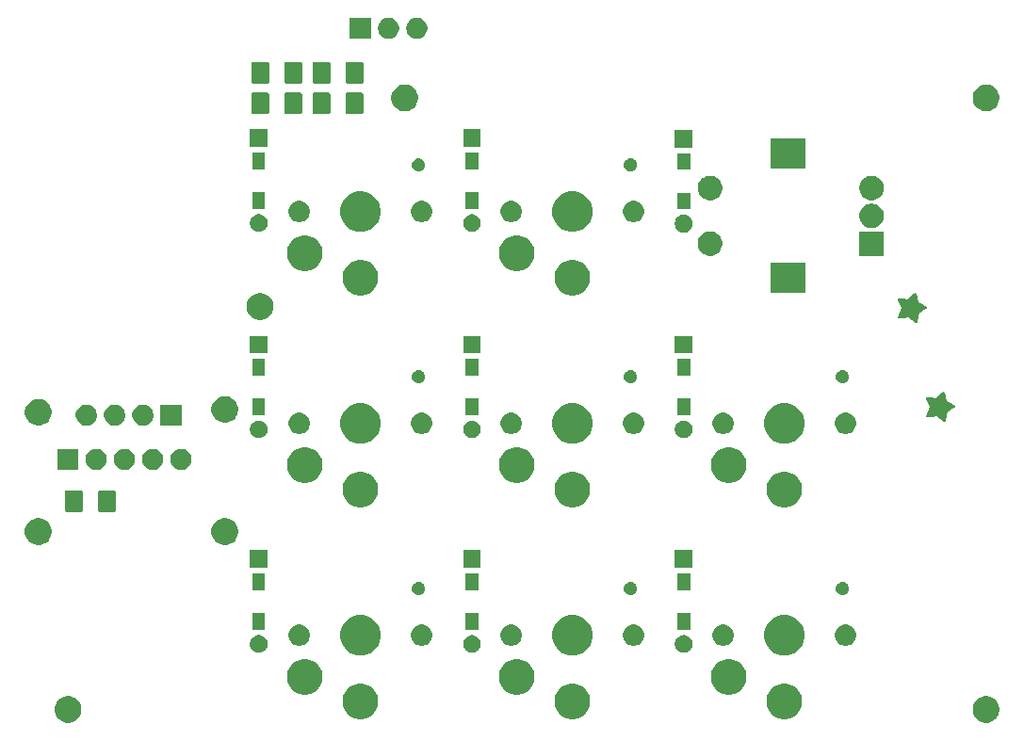
<source format=gts>
G04 #@! TF.GenerationSoftware,KiCad,Pcbnew,(5.1.6)-1*
G04 #@! TF.CreationDate,2022-01-01T16:18:36+09:00*
G04 #@! TF.ProjectId,kp1,6b70312e-6b69-4636-9164-5f7063625858,rev?*
G04 #@! TF.SameCoordinates,Original*
G04 #@! TF.FileFunction,Soldermask,Top*
G04 #@! TF.FilePolarity,Negative*
%FSLAX46Y46*%
G04 Gerber Fmt 4.6, Leading zero omitted, Abs format (unit mm)*
G04 Created by KiCad (PCBNEW (5.1.6)-1) date 2022-01-01 16:18:36*
%MOMM*%
%LPD*%
G01*
G04 APERTURE LIST*
%ADD10C,0.010000*%
%ADD11C,0.100000*%
G04 APERTURE END LIST*
D10*
G36*
X133659750Y-110432246D02*
G01*
X133676225Y-110478835D01*
X133699696Y-110548836D01*
X133728679Y-110637772D01*
X133761693Y-110741163D01*
X133790598Y-110833157D01*
X133917928Y-111241276D01*
X134290131Y-111467082D01*
X134390909Y-111528595D01*
X134481638Y-111584689D01*
X134558424Y-111632898D01*
X134617375Y-111670759D01*
X134654599Y-111695805D01*
X134666290Y-111705278D01*
X134654099Y-111717973D01*
X134617734Y-111747168D01*
X134560884Y-111790112D01*
X134487240Y-111844057D01*
X134400492Y-111906253D01*
X134325047Y-111959468D01*
X134229237Y-112026934D01*
X134142308Y-112088819D01*
X134068241Y-112142235D01*
X134011014Y-112184295D01*
X133974608Y-112212111D01*
X133963323Y-112221935D01*
X133953777Y-112245222D01*
X133938857Y-112295055D01*
X133920357Y-112364879D01*
X133900070Y-112448141D01*
X133892784Y-112479667D01*
X133855923Y-112640901D01*
X133825666Y-112771886D01*
X133801304Y-112875439D01*
X133782130Y-112954380D01*
X133767436Y-113011525D01*
X133756515Y-113049694D01*
X133748660Y-113071706D01*
X133743164Y-113080378D01*
X133741906Y-113080800D01*
X133722711Y-113071100D01*
X133688005Y-113046658D01*
X133671358Y-113033706D01*
X133640046Y-113009425D01*
X133586619Y-112968815D01*
X133516171Y-112915715D01*
X133433795Y-112853961D01*
X133344585Y-112787389D01*
X133323036Y-112771353D01*
X133033605Y-112556093D01*
X132654169Y-112589672D01*
X132540425Y-112599502D01*
X132434557Y-112608213D01*
X132342428Y-112615356D01*
X132269898Y-112620484D01*
X132222830Y-112623149D01*
X132212257Y-112623425D01*
X132149780Y-112623600D01*
X132290521Y-112204607D01*
X132431262Y-111785613D01*
X132264098Y-111389109D01*
X132218587Y-111280533D01*
X132177792Y-111182002D01*
X132143479Y-111097884D01*
X132117418Y-111032548D01*
X132101374Y-110990363D01*
X132096934Y-110976041D01*
X132113614Y-110970888D01*
X132162734Y-110967495D01*
X132242910Y-110965885D01*
X132352760Y-110966080D01*
X132490900Y-110968103D01*
X132534931Y-110969010D01*
X132972929Y-110978542D01*
X133306582Y-110690299D01*
X133396476Y-110613427D01*
X133478077Y-110545152D01*
X133547902Y-110488264D01*
X133602471Y-110445556D01*
X133638302Y-110419817D01*
X133651750Y-110413547D01*
X133659750Y-110432246D01*
G37*
X133659750Y-110432246D02*
X133676225Y-110478835D01*
X133699696Y-110548836D01*
X133728679Y-110637772D01*
X133761693Y-110741163D01*
X133790598Y-110833157D01*
X133917928Y-111241276D01*
X134290131Y-111467082D01*
X134390909Y-111528595D01*
X134481638Y-111584689D01*
X134558424Y-111632898D01*
X134617375Y-111670759D01*
X134654599Y-111695805D01*
X134666290Y-111705278D01*
X134654099Y-111717973D01*
X134617734Y-111747168D01*
X134560884Y-111790112D01*
X134487240Y-111844057D01*
X134400492Y-111906253D01*
X134325047Y-111959468D01*
X134229237Y-112026934D01*
X134142308Y-112088819D01*
X134068241Y-112142235D01*
X134011014Y-112184295D01*
X133974608Y-112212111D01*
X133963323Y-112221935D01*
X133953777Y-112245222D01*
X133938857Y-112295055D01*
X133920357Y-112364879D01*
X133900070Y-112448141D01*
X133892784Y-112479667D01*
X133855923Y-112640901D01*
X133825666Y-112771886D01*
X133801304Y-112875439D01*
X133782130Y-112954380D01*
X133767436Y-113011525D01*
X133756515Y-113049694D01*
X133748660Y-113071706D01*
X133743164Y-113080378D01*
X133741906Y-113080800D01*
X133722711Y-113071100D01*
X133688005Y-113046658D01*
X133671358Y-113033706D01*
X133640046Y-113009425D01*
X133586619Y-112968815D01*
X133516171Y-112915715D01*
X133433795Y-112853961D01*
X133344585Y-112787389D01*
X133323036Y-112771353D01*
X133033605Y-112556093D01*
X132654169Y-112589672D01*
X132540425Y-112599502D01*
X132434557Y-112608213D01*
X132342428Y-112615356D01*
X132269898Y-112620484D01*
X132222830Y-112623149D01*
X132212257Y-112623425D01*
X132149780Y-112623600D01*
X132290521Y-112204607D01*
X132431262Y-111785613D01*
X132264098Y-111389109D01*
X132218587Y-111280533D01*
X132177792Y-111182002D01*
X132143479Y-111097884D01*
X132117418Y-111032548D01*
X132101374Y-110990363D01*
X132096934Y-110976041D01*
X132113614Y-110970888D01*
X132162734Y-110967495D01*
X132242910Y-110965885D01*
X132352760Y-110966080D01*
X132490900Y-110968103D01*
X132534931Y-110969010D01*
X132972929Y-110978542D01*
X133306582Y-110690299D01*
X133396476Y-110613427D01*
X133478077Y-110545152D01*
X133547902Y-110488264D01*
X133602471Y-110445556D01*
X133638302Y-110419817D01*
X133651750Y-110413547D01*
X133659750Y-110432246D01*
G36*
X131119750Y-101542246D02*
G01*
X131136225Y-101588835D01*
X131159696Y-101658836D01*
X131188679Y-101747772D01*
X131221693Y-101851163D01*
X131250598Y-101943157D01*
X131377928Y-102351276D01*
X131750131Y-102577082D01*
X131850909Y-102638595D01*
X131941638Y-102694689D01*
X132018424Y-102742898D01*
X132077375Y-102780759D01*
X132114599Y-102805805D01*
X132126290Y-102815278D01*
X132114099Y-102827973D01*
X132077734Y-102857168D01*
X132020884Y-102900112D01*
X131947240Y-102954057D01*
X131860492Y-103016253D01*
X131785047Y-103069468D01*
X131689237Y-103136934D01*
X131602308Y-103198819D01*
X131528241Y-103252235D01*
X131471014Y-103294295D01*
X131434608Y-103322111D01*
X131423323Y-103331935D01*
X131413777Y-103355222D01*
X131398857Y-103405055D01*
X131380357Y-103474879D01*
X131360070Y-103558141D01*
X131352784Y-103589667D01*
X131315923Y-103750901D01*
X131285666Y-103881886D01*
X131261304Y-103985439D01*
X131242130Y-104064380D01*
X131227436Y-104121525D01*
X131216515Y-104159694D01*
X131208660Y-104181706D01*
X131203164Y-104190378D01*
X131201906Y-104190800D01*
X131182711Y-104181100D01*
X131148005Y-104156658D01*
X131131358Y-104143706D01*
X131100046Y-104119425D01*
X131046619Y-104078815D01*
X130976171Y-104025715D01*
X130893795Y-103963961D01*
X130804585Y-103897389D01*
X130783036Y-103881353D01*
X130493605Y-103666093D01*
X130114169Y-103699672D01*
X130000425Y-103709502D01*
X129894557Y-103718213D01*
X129802428Y-103725356D01*
X129729898Y-103730484D01*
X129682830Y-103733149D01*
X129672257Y-103733425D01*
X129609780Y-103733600D01*
X129750521Y-103314607D01*
X129891262Y-102895613D01*
X129724098Y-102499109D01*
X129678587Y-102390533D01*
X129637792Y-102292002D01*
X129603479Y-102207884D01*
X129577418Y-102142548D01*
X129561374Y-102100363D01*
X129556934Y-102086041D01*
X129573614Y-102080888D01*
X129622734Y-102077495D01*
X129702910Y-102075885D01*
X129812760Y-102076080D01*
X129950900Y-102078103D01*
X129994931Y-102079010D01*
X130432929Y-102088542D01*
X130766582Y-101800299D01*
X130856476Y-101723427D01*
X130938077Y-101655152D01*
X131007902Y-101598264D01*
X131062471Y-101555556D01*
X131098302Y-101529817D01*
X131111750Y-101523547D01*
X131119750Y-101542246D01*
G37*
X131119750Y-101542246D02*
X131136225Y-101588835D01*
X131159696Y-101658836D01*
X131188679Y-101747772D01*
X131221693Y-101851163D01*
X131250598Y-101943157D01*
X131377928Y-102351276D01*
X131750131Y-102577082D01*
X131850909Y-102638595D01*
X131941638Y-102694689D01*
X132018424Y-102742898D01*
X132077375Y-102780759D01*
X132114599Y-102805805D01*
X132126290Y-102815278D01*
X132114099Y-102827973D01*
X132077734Y-102857168D01*
X132020884Y-102900112D01*
X131947240Y-102954057D01*
X131860492Y-103016253D01*
X131785047Y-103069468D01*
X131689237Y-103136934D01*
X131602308Y-103198819D01*
X131528241Y-103252235D01*
X131471014Y-103294295D01*
X131434608Y-103322111D01*
X131423323Y-103331935D01*
X131413777Y-103355222D01*
X131398857Y-103405055D01*
X131380357Y-103474879D01*
X131360070Y-103558141D01*
X131352784Y-103589667D01*
X131315923Y-103750901D01*
X131285666Y-103881886D01*
X131261304Y-103985439D01*
X131242130Y-104064380D01*
X131227436Y-104121525D01*
X131216515Y-104159694D01*
X131208660Y-104181706D01*
X131203164Y-104190378D01*
X131201906Y-104190800D01*
X131182711Y-104181100D01*
X131148005Y-104156658D01*
X131131358Y-104143706D01*
X131100046Y-104119425D01*
X131046619Y-104078815D01*
X130976171Y-104025715D01*
X130893795Y-103963961D01*
X130804585Y-103897389D01*
X130783036Y-103881353D01*
X130493605Y-103666093D01*
X130114169Y-103699672D01*
X130000425Y-103709502D01*
X129894557Y-103718213D01*
X129802428Y-103725356D01*
X129729898Y-103730484D01*
X129682830Y-103733149D01*
X129672257Y-103733425D01*
X129609780Y-103733600D01*
X129750521Y-103314607D01*
X129891262Y-102895613D01*
X129724098Y-102499109D01*
X129678587Y-102390533D01*
X129637792Y-102292002D01*
X129603479Y-102207884D01*
X129577418Y-102142548D01*
X129561374Y-102100363D01*
X129556934Y-102086041D01*
X129573614Y-102080888D01*
X129622734Y-102077495D01*
X129702910Y-102075885D01*
X129812760Y-102076080D01*
X129950900Y-102078103D01*
X129994931Y-102079010D01*
X130432929Y-102088542D01*
X130766582Y-101800299D01*
X130856476Y-101723427D01*
X130938077Y-101655152D01*
X131007902Y-101598264D01*
X131062471Y-101555556D01*
X131098302Y-101529817D01*
X131111750Y-101523547D01*
X131119750Y-101542246D01*
D11*
G36*
X137850026Y-137846115D02*
G01*
X138068411Y-137936573D01*
X138068413Y-137936574D01*
X138264955Y-138067899D01*
X138432101Y-138235045D01*
X138560753Y-138427586D01*
X138563427Y-138431589D01*
X138653885Y-138649974D01*
X138700000Y-138881809D01*
X138700000Y-139118191D01*
X138653885Y-139350026D01*
X138586461Y-139512801D01*
X138563426Y-139568413D01*
X138432101Y-139764955D01*
X138264955Y-139932101D01*
X138068413Y-140063426D01*
X138068412Y-140063427D01*
X138068411Y-140063427D01*
X137850026Y-140153885D01*
X137618191Y-140200000D01*
X137381809Y-140200000D01*
X137149974Y-140153885D01*
X136931589Y-140063427D01*
X136931588Y-140063427D01*
X136931587Y-140063426D01*
X136735045Y-139932101D01*
X136567899Y-139764955D01*
X136436574Y-139568413D01*
X136413539Y-139512801D01*
X136346115Y-139350026D01*
X136300000Y-139118191D01*
X136300000Y-138881809D01*
X136346115Y-138649974D01*
X136436573Y-138431589D01*
X136439248Y-138427586D01*
X136567899Y-138235045D01*
X136735045Y-138067899D01*
X136931587Y-137936574D01*
X136931589Y-137936573D01*
X137149974Y-137846115D01*
X137381809Y-137800000D01*
X137618191Y-137800000D01*
X137850026Y-137846115D01*
G37*
G36*
X55350026Y-137846115D02*
G01*
X55568411Y-137936573D01*
X55568413Y-137936574D01*
X55764955Y-138067899D01*
X55932101Y-138235045D01*
X56060753Y-138427586D01*
X56063427Y-138431589D01*
X56153885Y-138649974D01*
X56200000Y-138881809D01*
X56200000Y-139118191D01*
X56153885Y-139350026D01*
X56086461Y-139512801D01*
X56063426Y-139568413D01*
X55932101Y-139764955D01*
X55764955Y-139932101D01*
X55568413Y-140063426D01*
X55568412Y-140063427D01*
X55568411Y-140063427D01*
X55350026Y-140153885D01*
X55118191Y-140200000D01*
X54881809Y-140200000D01*
X54649974Y-140153885D01*
X54431589Y-140063427D01*
X54431588Y-140063427D01*
X54431587Y-140063426D01*
X54235045Y-139932101D01*
X54067899Y-139764955D01*
X53936574Y-139568413D01*
X53913539Y-139512801D01*
X53846115Y-139350026D01*
X53800000Y-139118191D01*
X53800000Y-138881809D01*
X53846115Y-138649974D01*
X53936573Y-138431589D01*
X53939248Y-138427586D01*
X54067899Y-138235045D01*
X54235045Y-138067899D01*
X54431587Y-137936574D01*
X54431589Y-137936573D01*
X54649974Y-137846115D01*
X54881809Y-137800000D01*
X55118191Y-137800000D01*
X55350026Y-137846115D01*
G37*
G36*
X100786703Y-136731486D02*
G01*
X101077883Y-136852097D01*
X101339940Y-137027198D01*
X101562802Y-137250060D01*
X101737903Y-137512117D01*
X101858514Y-137803297D01*
X101920000Y-138112412D01*
X101920000Y-138427588D01*
X101858514Y-138736703D01*
X101737903Y-139027883D01*
X101562802Y-139289940D01*
X101339940Y-139512802D01*
X101077883Y-139687903D01*
X100786703Y-139808514D01*
X100477588Y-139870000D01*
X100162412Y-139870000D01*
X99853297Y-139808514D01*
X99562117Y-139687903D01*
X99300060Y-139512802D01*
X99077198Y-139289940D01*
X98902097Y-139027883D01*
X98781486Y-138736703D01*
X98720000Y-138427588D01*
X98720000Y-138112412D01*
X98781486Y-137803297D01*
X98902097Y-137512117D01*
X99077198Y-137250060D01*
X99300060Y-137027198D01*
X99562117Y-136852097D01*
X99853297Y-136731486D01*
X100162412Y-136670000D01*
X100477588Y-136670000D01*
X100786703Y-136731486D01*
G37*
G36*
X119836703Y-136731486D02*
G01*
X120127883Y-136852097D01*
X120389940Y-137027198D01*
X120612802Y-137250060D01*
X120787903Y-137512117D01*
X120908514Y-137803297D01*
X120970000Y-138112412D01*
X120970000Y-138427588D01*
X120908514Y-138736703D01*
X120787903Y-139027883D01*
X120612802Y-139289940D01*
X120389940Y-139512802D01*
X120127883Y-139687903D01*
X119836703Y-139808514D01*
X119527588Y-139870000D01*
X119212412Y-139870000D01*
X118903297Y-139808514D01*
X118612117Y-139687903D01*
X118350060Y-139512802D01*
X118127198Y-139289940D01*
X117952097Y-139027883D01*
X117831486Y-138736703D01*
X117770000Y-138427588D01*
X117770000Y-138112412D01*
X117831486Y-137803297D01*
X117952097Y-137512117D01*
X118127198Y-137250060D01*
X118350060Y-137027198D01*
X118612117Y-136852097D01*
X118903297Y-136731486D01*
X119212412Y-136670000D01*
X119527588Y-136670000D01*
X119836703Y-136731486D01*
G37*
G36*
X81736703Y-136731486D02*
G01*
X82027883Y-136852097D01*
X82289940Y-137027198D01*
X82512802Y-137250060D01*
X82687903Y-137512117D01*
X82808514Y-137803297D01*
X82870000Y-138112412D01*
X82870000Y-138427588D01*
X82808514Y-138736703D01*
X82687903Y-139027883D01*
X82512802Y-139289940D01*
X82289940Y-139512802D01*
X82027883Y-139687903D01*
X81736703Y-139808514D01*
X81427588Y-139870000D01*
X81112412Y-139870000D01*
X80803297Y-139808514D01*
X80512117Y-139687903D01*
X80250060Y-139512802D01*
X80027198Y-139289940D01*
X79852097Y-139027883D01*
X79731486Y-138736703D01*
X79670000Y-138427588D01*
X79670000Y-138112412D01*
X79731486Y-137803297D01*
X79852097Y-137512117D01*
X80027198Y-137250060D01*
X80250060Y-137027198D01*
X80512117Y-136852097D01*
X80803297Y-136731486D01*
X81112412Y-136670000D01*
X81427588Y-136670000D01*
X81736703Y-136731486D01*
G37*
G36*
X114836703Y-134531486D02*
G01*
X115127883Y-134652097D01*
X115389940Y-134827198D01*
X115612802Y-135050060D01*
X115787903Y-135312117D01*
X115908514Y-135603297D01*
X115970000Y-135912412D01*
X115970000Y-136227588D01*
X115908514Y-136536703D01*
X115787903Y-136827883D01*
X115612802Y-137089940D01*
X115389940Y-137312802D01*
X115127883Y-137487903D01*
X114836703Y-137608514D01*
X114527588Y-137670000D01*
X114212412Y-137670000D01*
X113903297Y-137608514D01*
X113612117Y-137487903D01*
X113350060Y-137312802D01*
X113127198Y-137089940D01*
X112952097Y-136827883D01*
X112831486Y-136536703D01*
X112770000Y-136227588D01*
X112770000Y-135912412D01*
X112831486Y-135603297D01*
X112952097Y-135312117D01*
X113127198Y-135050060D01*
X113350060Y-134827198D01*
X113612117Y-134652097D01*
X113903297Y-134531486D01*
X114212412Y-134470000D01*
X114527588Y-134470000D01*
X114836703Y-134531486D01*
G37*
G36*
X95786703Y-134531486D02*
G01*
X96077883Y-134652097D01*
X96339940Y-134827198D01*
X96562802Y-135050060D01*
X96737903Y-135312117D01*
X96858514Y-135603297D01*
X96920000Y-135912412D01*
X96920000Y-136227588D01*
X96858514Y-136536703D01*
X96737903Y-136827883D01*
X96562802Y-137089940D01*
X96339940Y-137312802D01*
X96077883Y-137487903D01*
X95786703Y-137608514D01*
X95477588Y-137670000D01*
X95162412Y-137670000D01*
X94853297Y-137608514D01*
X94562117Y-137487903D01*
X94300060Y-137312802D01*
X94077198Y-137089940D01*
X93902097Y-136827883D01*
X93781486Y-136536703D01*
X93720000Y-136227588D01*
X93720000Y-135912412D01*
X93781486Y-135603297D01*
X93902097Y-135312117D01*
X94077198Y-135050060D01*
X94300060Y-134827198D01*
X94562117Y-134652097D01*
X94853297Y-134531486D01*
X95162412Y-134470000D01*
X95477588Y-134470000D01*
X95786703Y-134531486D01*
G37*
G36*
X76736703Y-134531486D02*
G01*
X77027883Y-134652097D01*
X77289940Y-134827198D01*
X77512802Y-135050060D01*
X77687903Y-135312117D01*
X77808514Y-135603297D01*
X77870000Y-135912412D01*
X77870000Y-136227588D01*
X77808514Y-136536703D01*
X77687903Y-136827883D01*
X77512802Y-137089940D01*
X77289940Y-137312802D01*
X77027883Y-137487903D01*
X76736703Y-137608514D01*
X76427588Y-137670000D01*
X76112412Y-137670000D01*
X75803297Y-137608514D01*
X75512117Y-137487903D01*
X75250060Y-137312802D01*
X75027198Y-137089940D01*
X74852097Y-136827883D01*
X74731486Y-136536703D01*
X74670000Y-136227588D01*
X74670000Y-135912412D01*
X74731486Y-135603297D01*
X74852097Y-135312117D01*
X75027198Y-135050060D01*
X75250060Y-134827198D01*
X75512117Y-134652097D01*
X75803297Y-134531486D01*
X76112412Y-134470000D01*
X76427588Y-134470000D01*
X76736703Y-134531486D01*
G37*
G36*
X81799270Y-130575230D02*
G01*
X82129488Y-130712011D01*
X82426677Y-130910586D01*
X82679414Y-131163323D01*
X82877989Y-131460512D01*
X83014770Y-131790730D01*
X83084500Y-132141287D01*
X83084500Y-132498713D01*
X83014770Y-132849270D01*
X82877989Y-133179488D01*
X82679414Y-133476677D01*
X82426677Y-133729414D01*
X82129488Y-133927989D01*
X81799270Y-134064770D01*
X81623991Y-134099635D01*
X81448714Y-134134500D01*
X81091286Y-134134500D01*
X80916009Y-134099635D01*
X80740730Y-134064770D01*
X80410512Y-133927989D01*
X80113323Y-133729414D01*
X79860586Y-133476677D01*
X79662011Y-133179488D01*
X79525230Y-132849270D01*
X79455500Y-132498713D01*
X79455500Y-132141287D01*
X79525230Y-131790730D01*
X79662011Y-131460512D01*
X79860586Y-131163323D01*
X80113323Y-130910586D01*
X80410512Y-130712011D01*
X80740730Y-130575230D01*
X81091286Y-130505500D01*
X81448714Y-130505500D01*
X81799270Y-130575230D01*
G37*
G36*
X100849270Y-130575230D02*
G01*
X101179488Y-130712011D01*
X101476677Y-130910586D01*
X101729414Y-131163323D01*
X101927989Y-131460512D01*
X102064770Y-131790730D01*
X102134500Y-132141287D01*
X102134500Y-132498713D01*
X102064770Y-132849270D01*
X101927989Y-133179488D01*
X101729414Y-133476677D01*
X101476677Y-133729414D01*
X101179488Y-133927989D01*
X100849270Y-134064770D01*
X100673991Y-134099635D01*
X100498714Y-134134500D01*
X100141286Y-134134500D01*
X99966009Y-134099635D01*
X99790730Y-134064770D01*
X99460512Y-133927989D01*
X99163323Y-133729414D01*
X98910586Y-133476677D01*
X98712011Y-133179488D01*
X98575230Y-132849270D01*
X98505500Y-132498713D01*
X98505500Y-132141287D01*
X98575230Y-131790730D01*
X98712011Y-131460512D01*
X98910586Y-131163323D01*
X99163323Y-130910586D01*
X99460512Y-130712011D01*
X99790730Y-130575230D01*
X100141286Y-130505500D01*
X100498714Y-130505500D01*
X100849270Y-130575230D01*
G37*
G36*
X119899270Y-130575230D02*
G01*
X120229488Y-130712011D01*
X120526677Y-130910586D01*
X120779414Y-131163323D01*
X120977989Y-131460512D01*
X121114770Y-131790730D01*
X121184500Y-132141287D01*
X121184500Y-132498713D01*
X121114770Y-132849270D01*
X120977989Y-133179488D01*
X120779414Y-133476677D01*
X120526677Y-133729414D01*
X120229488Y-133927989D01*
X119899270Y-134064770D01*
X119723991Y-134099635D01*
X119548714Y-134134500D01*
X119191286Y-134134500D01*
X119016009Y-134099635D01*
X118840730Y-134064770D01*
X118510512Y-133927989D01*
X118213323Y-133729414D01*
X117960586Y-133476677D01*
X117762011Y-133179488D01*
X117625230Y-132849270D01*
X117555500Y-132498713D01*
X117555500Y-132141287D01*
X117625230Y-131790730D01*
X117762011Y-131460512D01*
X117960586Y-131163323D01*
X118213323Y-130910586D01*
X118510512Y-130712011D01*
X118840730Y-130575230D01*
X119191286Y-130505500D01*
X119548714Y-130505500D01*
X119899270Y-130575230D01*
G37*
G36*
X110511491Y-132331957D02*
G01*
X110562914Y-132342186D01*
X110708232Y-132402378D01*
X110839014Y-132489764D01*
X110950236Y-132600986D01*
X111037622Y-132731768D01*
X111086292Y-132849270D01*
X111097814Y-132877087D01*
X111128500Y-133031353D01*
X111128500Y-133188647D01*
X111108043Y-133291491D01*
X111097814Y-133342914D01*
X111037622Y-133488232D01*
X110950236Y-133619014D01*
X110839014Y-133730236D01*
X110708232Y-133817622D01*
X110562914Y-133877814D01*
X110511491Y-133888043D01*
X110408647Y-133908500D01*
X110251353Y-133908500D01*
X110148509Y-133888043D01*
X110097086Y-133877814D01*
X109951768Y-133817622D01*
X109820986Y-133730236D01*
X109709764Y-133619014D01*
X109622378Y-133488232D01*
X109562186Y-133342914D01*
X109551957Y-133291491D01*
X109531500Y-133188647D01*
X109531500Y-133031353D01*
X109562186Y-132877087D01*
X109573708Y-132849270D01*
X109622378Y-132731768D01*
X109709764Y-132600986D01*
X109820986Y-132489764D01*
X109951768Y-132402378D01*
X110097086Y-132342186D01*
X110148509Y-132331957D01*
X110251353Y-132311500D01*
X110408647Y-132311500D01*
X110511491Y-132331957D01*
G37*
G36*
X91483491Y-132331957D02*
G01*
X91534914Y-132342186D01*
X91680232Y-132402378D01*
X91811014Y-132489764D01*
X91922236Y-132600986D01*
X92009622Y-132731768D01*
X92058292Y-132849270D01*
X92069814Y-132877087D01*
X92100500Y-133031353D01*
X92100500Y-133188647D01*
X92080043Y-133291491D01*
X92069814Y-133342914D01*
X92009622Y-133488232D01*
X91922236Y-133619014D01*
X91811014Y-133730236D01*
X91680232Y-133817622D01*
X91534914Y-133877814D01*
X91483491Y-133888043D01*
X91380647Y-133908500D01*
X91223353Y-133908500D01*
X91120509Y-133888043D01*
X91069086Y-133877814D01*
X90923768Y-133817622D01*
X90792986Y-133730236D01*
X90681764Y-133619014D01*
X90594378Y-133488232D01*
X90534186Y-133342914D01*
X90523957Y-133291491D01*
X90503500Y-133188647D01*
X90503500Y-133031353D01*
X90534186Y-132877087D01*
X90545708Y-132849270D01*
X90594378Y-132731768D01*
X90681764Y-132600986D01*
X90792986Y-132489764D01*
X90923768Y-132402378D01*
X91069086Y-132342186D01*
X91120509Y-132331957D01*
X91223353Y-132311500D01*
X91380647Y-132311500D01*
X91483491Y-132331957D01*
G37*
G36*
X72313491Y-132331957D02*
G01*
X72364914Y-132342186D01*
X72510232Y-132402378D01*
X72641014Y-132489764D01*
X72752236Y-132600986D01*
X72839622Y-132731768D01*
X72888292Y-132849270D01*
X72899814Y-132877087D01*
X72930500Y-133031353D01*
X72930500Y-133188647D01*
X72910043Y-133291491D01*
X72899814Y-133342914D01*
X72839622Y-133488232D01*
X72752236Y-133619014D01*
X72641014Y-133730236D01*
X72510232Y-133817622D01*
X72364914Y-133877814D01*
X72313491Y-133888043D01*
X72210647Y-133908500D01*
X72053353Y-133908500D01*
X71950509Y-133888043D01*
X71899086Y-133877814D01*
X71753768Y-133817622D01*
X71622986Y-133730236D01*
X71511764Y-133619014D01*
X71424378Y-133488232D01*
X71364186Y-133342914D01*
X71353957Y-133291491D01*
X71333500Y-133188647D01*
X71333500Y-133031353D01*
X71364186Y-132877087D01*
X71375708Y-132849270D01*
X71424378Y-132731768D01*
X71511764Y-132600986D01*
X71622986Y-132489764D01*
X71753768Y-132402378D01*
X71899086Y-132342186D01*
X71950509Y-132331957D01*
X72053353Y-132311500D01*
X72210647Y-132311500D01*
X72313491Y-132331957D01*
G37*
G36*
X114147366Y-131405642D02*
G01*
X114219047Y-131435334D01*
X114320420Y-131477323D01*
X114476163Y-131581388D01*
X114608612Y-131713837D01*
X114712677Y-131869580D01*
X114754666Y-131970953D01*
X114784358Y-132042634D01*
X114820900Y-132226343D01*
X114820900Y-132413657D01*
X114784358Y-132597366D01*
X114754666Y-132669047D01*
X114712677Y-132770420D01*
X114608612Y-132926163D01*
X114476163Y-133058612D01*
X114320420Y-133162677D01*
X114219047Y-133204666D01*
X114147366Y-133234358D01*
X113963657Y-133270900D01*
X113776343Y-133270900D01*
X113592634Y-133234358D01*
X113520953Y-133204666D01*
X113419580Y-133162677D01*
X113263837Y-133058612D01*
X113131388Y-132926163D01*
X113027323Y-132770420D01*
X112985334Y-132669047D01*
X112955642Y-132597366D01*
X112919100Y-132413657D01*
X112919100Y-132226343D01*
X112955642Y-132042634D01*
X112985334Y-131970953D01*
X113027323Y-131869580D01*
X113131388Y-131713837D01*
X113263837Y-131581388D01*
X113419580Y-131477323D01*
X113520953Y-131435334D01*
X113592634Y-131405642D01*
X113776343Y-131369100D01*
X113963657Y-131369100D01*
X114147366Y-131405642D01*
G37*
G36*
X95097366Y-131405642D02*
G01*
X95169047Y-131435334D01*
X95270420Y-131477323D01*
X95426163Y-131581388D01*
X95558612Y-131713837D01*
X95662677Y-131869580D01*
X95704666Y-131970953D01*
X95734358Y-132042634D01*
X95770900Y-132226343D01*
X95770900Y-132413657D01*
X95734358Y-132597366D01*
X95704666Y-132669047D01*
X95662677Y-132770420D01*
X95558612Y-132926163D01*
X95426163Y-133058612D01*
X95270420Y-133162677D01*
X95169047Y-133204666D01*
X95097366Y-133234358D01*
X94913657Y-133270900D01*
X94726343Y-133270900D01*
X94542634Y-133234358D01*
X94470953Y-133204666D01*
X94369580Y-133162677D01*
X94213837Y-133058612D01*
X94081388Y-132926163D01*
X93977323Y-132770420D01*
X93935334Y-132669047D01*
X93905642Y-132597366D01*
X93869100Y-132413657D01*
X93869100Y-132226343D01*
X93905642Y-132042634D01*
X93935334Y-131970953D01*
X93977323Y-131869580D01*
X94081388Y-131713837D01*
X94213837Y-131581388D01*
X94369580Y-131477323D01*
X94470953Y-131435334D01*
X94542634Y-131405642D01*
X94726343Y-131369100D01*
X94913657Y-131369100D01*
X95097366Y-131405642D01*
G37*
G36*
X106097366Y-131405642D02*
G01*
X106169047Y-131435334D01*
X106270420Y-131477323D01*
X106426163Y-131581388D01*
X106558612Y-131713837D01*
X106662677Y-131869580D01*
X106704666Y-131970953D01*
X106734358Y-132042634D01*
X106770900Y-132226343D01*
X106770900Y-132413657D01*
X106734358Y-132597366D01*
X106704666Y-132669047D01*
X106662677Y-132770420D01*
X106558612Y-132926163D01*
X106426163Y-133058612D01*
X106270420Y-133162677D01*
X106169047Y-133204666D01*
X106097366Y-133234358D01*
X105913657Y-133270900D01*
X105726343Y-133270900D01*
X105542634Y-133234358D01*
X105470953Y-133204666D01*
X105369580Y-133162677D01*
X105213837Y-133058612D01*
X105081388Y-132926163D01*
X104977323Y-132770420D01*
X104935334Y-132669047D01*
X104905642Y-132597366D01*
X104869100Y-132413657D01*
X104869100Y-132226343D01*
X104905642Y-132042634D01*
X104935334Y-131970953D01*
X104977323Y-131869580D01*
X105081388Y-131713837D01*
X105213837Y-131581388D01*
X105369580Y-131477323D01*
X105470953Y-131435334D01*
X105542634Y-131405642D01*
X105726343Y-131369100D01*
X105913657Y-131369100D01*
X106097366Y-131405642D01*
G37*
G36*
X125147366Y-131405642D02*
G01*
X125219047Y-131435334D01*
X125320420Y-131477323D01*
X125476163Y-131581388D01*
X125608612Y-131713837D01*
X125712677Y-131869580D01*
X125754666Y-131970953D01*
X125784358Y-132042634D01*
X125820900Y-132226343D01*
X125820900Y-132413657D01*
X125784358Y-132597366D01*
X125754666Y-132669047D01*
X125712677Y-132770420D01*
X125608612Y-132926163D01*
X125476163Y-133058612D01*
X125320420Y-133162677D01*
X125219047Y-133204666D01*
X125147366Y-133234358D01*
X124963657Y-133270900D01*
X124776343Y-133270900D01*
X124592634Y-133234358D01*
X124520953Y-133204666D01*
X124419580Y-133162677D01*
X124263837Y-133058612D01*
X124131388Y-132926163D01*
X124027323Y-132770420D01*
X123985334Y-132669047D01*
X123955642Y-132597366D01*
X123919100Y-132413657D01*
X123919100Y-132226343D01*
X123955642Y-132042634D01*
X123985334Y-131970953D01*
X124027323Y-131869580D01*
X124131388Y-131713837D01*
X124263837Y-131581388D01*
X124419580Y-131477323D01*
X124520953Y-131435334D01*
X124592634Y-131405642D01*
X124776343Y-131369100D01*
X124963657Y-131369100D01*
X125147366Y-131405642D01*
G37*
G36*
X76047366Y-131405642D02*
G01*
X76119047Y-131435334D01*
X76220420Y-131477323D01*
X76376163Y-131581388D01*
X76508612Y-131713837D01*
X76612677Y-131869580D01*
X76654666Y-131970953D01*
X76684358Y-132042634D01*
X76720900Y-132226343D01*
X76720900Y-132413657D01*
X76684358Y-132597366D01*
X76654666Y-132669047D01*
X76612677Y-132770420D01*
X76508612Y-132926163D01*
X76376163Y-133058612D01*
X76220420Y-133162677D01*
X76119047Y-133204666D01*
X76047366Y-133234358D01*
X75863657Y-133270900D01*
X75676343Y-133270900D01*
X75492634Y-133234358D01*
X75420953Y-133204666D01*
X75319580Y-133162677D01*
X75163837Y-133058612D01*
X75031388Y-132926163D01*
X74927323Y-132770420D01*
X74885334Y-132669047D01*
X74855642Y-132597366D01*
X74819100Y-132413657D01*
X74819100Y-132226343D01*
X74855642Y-132042634D01*
X74885334Y-131970953D01*
X74927323Y-131869580D01*
X75031388Y-131713837D01*
X75163837Y-131581388D01*
X75319580Y-131477323D01*
X75420953Y-131435334D01*
X75492634Y-131405642D01*
X75676343Y-131369100D01*
X75863657Y-131369100D01*
X76047366Y-131405642D01*
G37*
G36*
X87047366Y-131405642D02*
G01*
X87119047Y-131435334D01*
X87220420Y-131477323D01*
X87376163Y-131581388D01*
X87508612Y-131713837D01*
X87612677Y-131869580D01*
X87654666Y-131970953D01*
X87684358Y-132042634D01*
X87720900Y-132226343D01*
X87720900Y-132413657D01*
X87684358Y-132597366D01*
X87654666Y-132669047D01*
X87612677Y-132770420D01*
X87508612Y-132926163D01*
X87376163Y-133058612D01*
X87220420Y-133162677D01*
X87119047Y-133204666D01*
X87047366Y-133234358D01*
X86863657Y-133270900D01*
X86676343Y-133270900D01*
X86492634Y-133234358D01*
X86420953Y-133204666D01*
X86319580Y-133162677D01*
X86163837Y-133058612D01*
X86031388Y-132926163D01*
X85927323Y-132770420D01*
X85885334Y-132669047D01*
X85855642Y-132597366D01*
X85819100Y-132413657D01*
X85819100Y-132226343D01*
X85855642Y-132042634D01*
X85885334Y-131970953D01*
X85927323Y-131869580D01*
X86031388Y-131713837D01*
X86163837Y-131581388D01*
X86319580Y-131477323D01*
X86420953Y-131435334D01*
X86492634Y-131405642D01*
X86676343Y-131369100D01*
X86863657Y-131369100D01*
X87047366Y-131405642D01*
G37*
G36*
X110905000Y-131825000D02*
G01*
X109755000Y-131825000D01*
X109755000Y-130325000D01*
X110905000Y-130325000D01*
X110905000Y-131825000D01*
G37*
G36*
X91877000Y-131825000D02*
G01*
X90727000Y-131825000D01*
X90727000Y-130325000D01*
X91877000Y-130325000D01*
X91877000Y-131825000D01*
G37*
G36*
X72707000Y-131825000D02*
G01*
X71557000Y-131825000D01*
X71557000Y-130325000D01*
X72707000Y-130325000D01*
X72707000Y-131825000D01*
G37*
G36*
X86606137Y-127536138D02*
G01*
X86663642Y-127547577D01*
X86717811Y-127570015D01*
X86771981Y-127592452D01*
X86869479Y-127657598D01*
X86952402Y-127740521D01*
X87017548Y-127838019D01*
X87062423Y-127946359D01*
X87085300Y-128061367D01*
X87085300Y-128178633D01*
X87062423Y-128293641D01*
X87017548Y-128401981D01*
X86952402Y-128499479D01*
X86869479Y-128582402D01*
X86771981Y-128647548D01*
X86717811Y-128669986D01*
X86663642Y-128692423D01*
X86606137Y-128703862D01*
X86548633Y-128715300D01*
X86431367Y-128715300D01*
X86373863Y-128703862D01*
X86316358Y-128692423D01*
X86262189Y-128669986D01*
X86208019Y-128647548D01*
X86110521Y-128582402D01*
X86027598Y-128499479D01*
X85962452Y-128401981D01*
X85917577Y-128293641D01*
X85894700Y-128178633D01*
X85894700Y-128061367D01*
X85917577Y-127946359D01*
X85962452Y-127838019D01*
X86027598Y-127740521D01*
X86110521Y-127657598D01*
X86208019Y-127592452D01*
X86262189Y-127570015D01*
X86316358Y-127547577D01*
X86373863Y-127536138D01*
X86431367Y-127524700D01*
X86548633Y-127524700D01*
X86606137Y-127536138D01*
G37*
G36*
X105656137Y-127536138D02*
G01*
X105713642Y-127547577D01*
X105767811Y-127570015D01*
X105821981Y-127592452D01*
X105919479Y-127657598D01*
X106002402Y-127740521D01*
X106067548Y-127838019D01*
X106112423Y-127946359D01*
X106135300Y-128061367D01*
X106135300Y-128178633D01*
X106112423Y-128293641D01*
X106067548Y-128401981D01*
X106002402Y-128499479D01*
X105919479Y-128582402D01*
X105821981Y-128647548D01*
X105767811Y-128669986D01*
X105713642Y-128692423D01*
X105656137Y-128703862D01*
X105598633Y-128715300D01*
X105481367Y-128715300D01*
X105423863Y-128703862D01*
X105366358Y-128692423D01*
X105312189Y-128669986D01*
X105258019Y-128647548D01*
X105160521Y-128582402D01*
X105077598Y-128499479D01*
X105012452Y-128401981D01*
X104967577Y-128293641D01*
X104944700Y-128178633D01*
X104944700Y-128061367D01*
X104967577Y-127946359D01*
X105012452Y-127838019D01*
X105077598Y-127740521D01*
X105160521Y-127657598D01*
X105258019Y-127592452D01*
X105312189Y-127570015D01*
X105366358Y-127547577D01*
X105423863Y-127536138D01*
X105481367Y-127524700D01*
X105598633Y-127524700D01*
X105656137Y-127536138D01*
G37*
G36*
X124706137Y-127536138D02*
G01*
X124763642Y-127547577D01*
X124817811Y-127570015D01*
X124871981Y-127592452D01*
X124969479Y-127657598D01*
X125052402Y-127740521D01*
X125117548Y-127838019D01*
X125162423Y-127946359D01*
X125185300Y-128061367D01*
X125185300Y-128178633D01*
X125162423Y-128293641D01*
X125117548Y-128401981D01*
X125052402Y-128499479D01*
X124969479Y-128582402D01*
X124871981Y-128647548D01*
X124817811Y-128669986D01*
X124763642Y-128692423D01*
X124706137Y-128703862D01*
X124648633Y-128715300D01*
X124531367Y-128715300D01*
X124473863Y-128703862D01*
X124416358Y-128692423D01*
X124362189Y-128669986D01*
X124308019Y-128647548D01*
X124210521Y-128582402D01*
X124127598Y-128499479D01*
X124062452Y-128401981D01*
X124017577Y-128293641D01*
X123994700Y-128178633D01*
X123994700Y-128061367D01*
X124017577Y-127946359D01*
X124062452Y-127838019D01*
X124127598Y-127740521D01*
X124210521Y-127657598D01*
X124308019Y-127592452D01*
X124362189Y-127570015D01*
X124416358Y-127547577D01*
X124473863Y-127536138D01*
X124531367Y-127524700D01*
X124648633Y-127524700D01*
X124706137Y-127536138D01*
G37*
G36*
X110905000Y-128275000D02*
G01*
X109755000Y-128275000D01*
X109755000Y-126775000D01*
X110905000Y-126775000D01*
X110905000Y-128275000D01*
G37*
G36*
X91877000Y-128275000D02*
G01*
X90727000Y-128275000D01*
X90727000Y-126775000D01*
X91877000Y-126775000D01*
X91877000Y-128275000D01*
G37*
G36*
X72707000Y-128275000D02*
G01*
X71557000Y-128275000D01*
X71557000Y-126775000D01*
X72707000Y-126775000D01*
X72707000Y-128275000D01*
G37*
G36*
X111128500Y-126288500D02*
G01*
X109531500Y-126288500D01*
X109531500Y-124691500D01*
X111128500Y-124691500D01*
X111128500Y-126288500D01*
G37*
G36*
X72930500Y-126288500D02*
G01*
X71333500Y-126288500D01*
X71333500Y-124691500D01*
X72930500Y-124691500D01*
X72930500Y-126288500D01*
G37*
G36*
X92100500Y-126288500D02*
G01*
X90503500Y-126288500D01*
X90503500Y-124691500D01*
X92100500Y-124691500D01*
X92100500Y-126288500D01*
G37*
G36*
X69438026Y-121846115D02*
G01*
X69656411Y-121936573D01*
X69656413Y-121936574D01*
X69852955Y-122067899D01*
X70020101Y-122235045D01*
X70151427Y-122431589D01*
X70241885Y-122649974D01*
X70288000Y-122881809D01*
X70288000Y-123118191D01*
X70241885Y-123350026D01*
X70151427Y-123568411D01*
X70151426Y-123568413D01*
X70020101Y-123764955D01*
X69852955Y-123932101D01*
X69656413Y-124063426D01*
X69656412Y-124063427D01*
X69656411Y-124063427D01*
X69438026Y-124153885D01*
X69206191Y-124200000D01*
X68969809Y-124200000D01*
X68737974Y-124153885D01*
X68519589Y-124063427D01*
X68519588Y-124063427D01*
X68519587Y-124063426D01*
X68323045Y-123932101D01*
X68155899Y-123764955D01*
X68024574Y-123568413D01*
X68024573Y-123568411D01*
X67934115Y-123350026D01*
X67888000Y-123118191D01*
X67888000Y-122881809D01*
X67934115Y-122649974D01*
X68024573Y-122431589D01*
X68155899Y-122235045D01*
X68323045Y-122067899D01*
X68519587Y-121936574D01*
X68519589Y-121936573D01*
X68737974Y-121846115D01*
X68969809Y-121800000D01*
X69206191Y-121800000D01*
X69438026Y-121846115D01*
G37*
G36*
X52674026Y-121846115D02*
G01*
X52892411Y-121936573D01*
X52892413Y-121936574D01*
X53088955Y-122067899D01*
X53256101Y-122235045D01*
X53387427Y-122431589D01*
X53477885Y-122649974D01*
X53524000Y-122881809D01*
X53524000Y-123118191D01*
X53477885Y-123350026D01*
X53387427Y-123568411D01*
X53387426Y-123568413D01*
X53256101Y-123764955D01*
X53088955Y-123932101D01*
X52892413Y-124063426D01*
X52892412Y-124063427D01*
X52892411Y-124063427D01*
X52674026Y-124153885D01*
X52442191Y-124200000D01*
X52205809Y-124200000D01*
X51973974Y-124153885D01*
X51755589Y-124063427D01*
X51755588Y-124063427D01*
X51755587Y-124063426D01*
X51559045Y-123932101D01*
X51391899Y-123764955D01*
X51260574Y-123568413D01*
X51260573Y-123568411D01*
X51170115Y-123350026D01*
X51124000Y-123118191D01*
X51124000Y-122881809D01*
X51170115Y-122649974D01*
X51260573Y-122431589D01*
X51391899Y-122235045D01*
X51559045Y-122067899D01*
X51755587Y-121936574D01*
X51755589Y-121936573D01*
X51973974Y-121846115D01*
X52205809Y-121800000D01*
X52442191Y-121800000D01*
X52674026Y-121846115D01*
G37*
G36*
X59135720Y-119298512D02*
G01*
X59173869Y-119310084D01*
X59209024Y-119328875D01*
X59239837Y-119354163D01*
X59265125Y-119384976D01*
X59283916Y-119420131D01*
X59295488Y-119458280D01*
X59300000Y-119504089D01*
X59300000Y-121033911D01*
X59295488Y-121079720D01*
X59283916Y-121117869D01*
X59265125Y-121153024D01*
X59239837Y-121183837D01*
X59209024Y-121209125D01*
X59173869Y-121227916D01*
X59135720Y-121239488D01*
X59089911Y-121244000D01*
X57885089Y-121244000D01*
X57839280Y-121239488D01*
X57801131Y-121227916D01*
X57765976Y-121209125D01*
X57735163Y-121183837D01*
X57709875Y-121153024D01*
X57691084Y-121117869D01*
X57679512Y-121079720D01*
X57675000Y-121033911D01*
X57675000Y-119504089D01*
X57679512Y-119458280D01*
X57691084Y-119420131D01*
X57709875Y-119384976D01*
X57735163Y-119354163D01*
X57765976Y-119328875D01*
X57801131Y-119310084D01*
X57839280Y-119298512D01*
X57885089Y-119294000D01*
X59089911Y-119294000D01*
X59135720Y-119298512D01*
G37*
G36*
X56160720Y-119298512D02*
G01*
X56198869Y-119310084D01*
X56234024Y-119328875D01*
X56264837Y-119354163D01*
X56290125Y-119384976D01*
X56308916Y-119420131D01*
X56320488Y-119458280D01*
X56325000Y-119504089D01*
X56325000Y-121033911D01*
X56320488Y-121079720D01*
X56308916Y-121117869D01*
X56290125Y-121153024D01*
X56264837Y-121183837D01*
X56234024Y-121209125D01*
X56198869Y-121227916D01*
X56160720Y-121239488D01*
X56114911Y-121244000D01*
X54910089Y-121244000D01*
X54864280Y-121239488D01*
X54826131Y-121227916D01*
X54790976Y-121209125D01*
X54760163Y-121183837D01*
X54734875Y-121153024D01*
X54716084Y-121117869D01*
X54704512Y-121079720D01*
X54700000Y-121033911D01*
X54700000Y-119504089D01*
X54704512Y-119458280D01*
X54716084Y-119420131D01*
X54734875Y-119384976D01*
X54760163Y-119354163D01*
X54790976Y-119328875D01*
X54826131Y-119310084D01*
X54864280Y-119298512D01*
X54910089Y-119294000D01*
X56114911Y-119294000D01*
X56160720Y-119298512D01*
G37*
G36*
X119836703Y-117681486D02*
G01*
X120127883Y-117802097D01*
X120389940Y-117977198D01*
X120612802Y-118200060D01*
X120787903Y-118462117D01*
X120908514Y-118753297D01*
X120970000Y-119062412D01*
X120970000Y-119377588D01*
X120908514Y-119686703D01*
X120787903Y-119977883D01*
X120612802Y-120239940D01*
X120389940Y-120462802D01*
X120127883Y-120637903D01*
X119836703Y-120758514D01*
X119527588Y-120820000D01*
X119212412Y-120820000D01*
X118903297Y-120758514D01*
X118612117Y-120637903D01*
X118350060Y-120462802D01*
X118127198Y-120239940D01*
X117952097Y-119977883D01*
X117831486Y-119686703D01*
X117770000Y-119377588D01*
X117770000Y-119062412D01*
X117831486Y-118753297D01*
X117952097Y-118462117D01*
X118127198Y-118200060D01*
X118350060Y-117977198D01*
X118612117Y-117802097D01*
X118903297Y-117681486D01*
X119212412Y-117620000D01*
X119527588Y-117620000D01*
X119836703Y-117681486D01*
G37*
G36*
X81736703Y-117681486D02*
G01*
X82027883Y-117802097D01*
X82289940Y-117977198D01*
X82512802Y-118200060D01*
X82687903Y-118462117D01*
X82808514Y-118753297D01*
X82870000Y-119062412D01*
X82870000Y-119377588D01*
X82808514Y-119686703D01*
X82687903Y-119977883D01*
X82512802Y-120239940D01*
X82289940Y-120462802D01*
X82027883Y-120637903D01*
X81736703Y-120758514D01*
X81427588Y-120820000D01*
X81112412Y-120820000D01*
X80803297Y-120758514D01*
X80512117Y-120637903D01*
X80250060Y-120462802D01*
X80027198Y-120239940D01*
X79852097Y-119977883D01*
X79731486Y-119686703D01*
X79670000Y-119377588D01*
X79670000Y-119062412D01*
X79731486Y-118753297D01*
X79852097Y-118462117D01*
X80027198Y-118200060D01*
X80250060Y-117977198D01*
X80512117Y-117802097D01*
X80803297Y-117681486D01*
X81112412Y-117620000D01*
X81427588Y-117620000D01*
X81736703Y-117681486D01*
G37*
G36*
X100786703Y-117681486D02*
G01*
X101077883Y-117802097D01*
X101339940Y-117977198D01*
X101562802Y-118200060D01*
X101737903Y-118462117D01*
X101858514Y-118753297D01*
X101920000Y-119062412D01*
X101920000Y-119377588D01*
X101858514Y-119686703D01*
X101737903Y-119977883D01*
X101562802Y-120239940D01*
X101339940Y-120462802D01*
X101077883Y-120637903D01*
X100786703Y-120758514D01*
X100477588Y-120820000D01*
X100162412Y-120820000D01*
X99853297Y-120758514D01*
X99562117Y-120637903D01*
X99300060Y-120462802D01*
X99077198Y-120239940D01*
X98902097Y-119977883D01*
X98781486Y-119686703D01*
X98720000Y-119377588D01*
X98720000Y-119062412D01*
X98781486Y-118753297D01*
X98902097Y-118462117D01*
X99077198Y-118200060D01*
X99300060Y-117977198D01*
X99562117Y-117802097D01*
X99853297Y-117681486D01*
X100162412Y-117620000D01*
X100477588Y-117620000D01*
X100786703Y-117681486D01*
G37*
G36*
X76736703Y-115481486D02*
G01*
X77027883Y-115602097D01*
X77289940Y-115777198D01*
X77512802Y-116000060D01*
X77687903Y-116262117D01*
X77808514Y-116553297D01*
X77870000Y-116862412D01*
X77870000Y-117177588D01*
X77808514Y-117486703D01*
X77687903Y-117777883D01*
X77512802Y-118039940D01*
X77289940Y-118262802D01*
X77027883Y-118437903D01*
X76736703Y-118558514D01*
X76427588Y-118620000D01*
X76112412Y-118620000D01*
X75803297Y-118558514D01*
X75512117Y-118437903D01*
X75250060Y-118262802D01*
X75027198Y-118039940D01*
X74852097Y-117777883D01*
X74731486Y-117486703D01*
X74670000Y-117177588D01*
X74670000Y-116862412D01*
X74731486Y-116553297D01*
X74852097Y-116262117D01*
X75027198Y-116000060D01*
X75250060Y-115777198D01*
X75512117Y-115602097D01*
X75803297Y-115481486D01*
X76112412Y-115420000D01*
X76427588Y-115420000D01*
X76736703Y-115481486D01*
G37*
G36*
X95786703Y-115481486D02*
G01*
X96077883Y-115602097D01*
X96339940Y-115777198D01*
X96562802Y-116000060D01*
X96737903Y-116262117D01*
X96858514Y-116553297D01*
X96920000Y-116862412D01*
X96920000Y-117177588D01*
X96858514Y-117486703D01*
X96737903Y-117777883D01*
X96562802Y-118039940D01*
X96339940Y-118262802D01*
X96077883Y-118437903D01*
X95786703Y-118558514D01*
X95477588Y-118620000D01*
X95162412Y-118620000D01*
X94853297Y-118558514D01*
X94562117Y-118437903D01*
X94300060Y-118262802D01*
X94077198Y-118039940D01*
X93902097Y-117777883D01*
X93781486Y-117486703D01*
X93720000Y-117177588D01*
X93720000Y-116862412D01*
X93781486Y-116553297D01*
X93902097Y-116262117D01*
X94077198Y-116000060D01*
X94300060Y-115777198D01*
X94562117Y-115602097D01*
X94853297Y-115481486D01*
X95162412Y-115420000D01*
X95477588Y-115420000D01*
X95786703Y-115481486D01*
G37*
G36*
X114836703Y-115481486D02*
G01*
X115127883Y-115602097D01*
X115389940Y-115777198D01*
X115612802Y-116000060D01*
X115787903Y-116262117D01*
X115908514Y-116553297D01*
X115970000Y-116862412D01*
X115970000Y-117177588D01*
X115908514Y-117486703D01*
X115787903Y-117777883D01*
X115612802Y-118039940D01*
X115389940Y-118262802D01*
X115127883Y-118437903D01*
X114836703Y-118558514D01*
X114527588Y-118620000D01*
X114212412Y-118620000D01*
X113903297Y-118558514D01*
X113612117Y-118437903D01*
X113350060Y-118262802D01*
X113127198Y-118039940D01*
X112952097Y-117777883D01*
X112831486Y-117486703D01*
X112770000Y-117177588D01*
X112770000Y-116862412D01*
X112831486Y-116553297D01*
X112952097Y-116262117D01*
X113127198Y-116000060D01*
X113350060Y-115777198D01*
X113612117Y-115602097D01*
X113903297Y-115481486D01*
X114212412Y-115420000D01*
X114527588Y-115420000D01*
X114836703Y-115481486D01*
G37*
G36*
X60265336Y-115568254D02*
G01*
X60357105Y-115586508D01*
X60529994Y-115658121D01*
X60685590Y-115762087D01*
X60817913Y-115894410D01*
X60921879Y-116050006D01*
X60993492Y-116222895D01*
X61030000Y-116406433D01*
X61030000Y-116593567D01*
X60993492Y-116777105D01*
X60921879Y-116949994D01*
X60817913Y-117105590D01*
X60685590Y-117237913D01*
X60529994Y-117341879D01*
X60357105Y-117413492D01*
X60265336Y-117431746D01*
X60173568Y-117450000D01*
X59986432Y-117450000D01*
X59894664Y-117431746D01*
X59802895Y-117413492D01*
X59630006Y-117341879D01*
X59474410Y-117237913D01*
X59342087Y-117105590D01*
X59238121Y-116949994D01*
X59166508Y-116777105D01*
X59130000Y-116593567D01*
X59130000Y-116406433D01*
X59166508Y-116222895D01*
X59238121Y-116050006D01*
X59342087Y-115894410D01*
X59474410Y-115762087D01*
X59630006Y-115658121D01*
X59802895Y-115586508D01*
X59894664Y-115568254D01*
X59986432Y-115550000D01*
X60173568Y-115550000D01*
X60265336Y-115568254D01*
G37*
G36*
X55950000Y-117450000D02*
G01*
X54050000Y-117450000D01*
X54050000Y-115550000D01*
X55950000Y-115550000D01*
X55950000Y-117450000D01*
G37*
G36*
X65345336Y-115568254D02*
G01*
X65437105Y-115586508D01*
X65609994Y-115658121D01*
X65765590Y-115762087D01*
X65897913Y-115894410D01*
X66001879Y-116050006D01*
X66073492Y-116222895D01*
X66110000Y-116406433D01*
X66110000Y-116593567D01*
X66073492Y-116777105D01*
X66001879Y-116949994D01*
X65897913Y-117105590D01*
X65765590Y-117237913D01*
X65609994Y-117341879D01*
X65437105Y-117413492D01*
X65345336Y-117431746D01*
X65253568Y-117450000D01*
X65066432Y-117450000D01*
X64974664Y-117431746D01*
X64882895Y-117413492D01*
X64710006Y-117341879D01*
X64554410Y-117237913D01*
X64422087Y-117105590D01*
X64318121Y-116949994D01*
X64246508Y-116777105D01*
X64210000Y-116593567D01*
X64210000Y-116406433D01*
X64246508Y-116222895D01*
X64318121Y-116050006D01*
X64422087Y-115894410D01*
X64554410Y-115762087D01*
X64710006Y-115658121D01*
X64882895Y-115586508D01*
X64974664Y-115568254D01*
X65066432Y-115550000D01*
X65253568Y-115550000D01*
X65345336Y-115568254D01*
G37*
G36*
X57725336Y-115568254D02*
G01*
X57817105Y-115586508D01*
X57989994Y-115658121D01*
X58145590Y-115762087D01*
X58277913Y-115894410D01*
X58381879Y-116050006D01*
X58453492Y-116222895D01*
X58490000Y-116406433D01*
X58490000Y-116593567D01*
X58453492Y-116777105D01*
X58381879Y-116949994D01*
X58277913Y-117105590D01*
X58145590Y-117237913D01*
X57989994Y-117341879D01*
X57817105Y-117413492D01*
X57725336Y-117431746D01*
X57633568Y-117450000D01*
X57446432Y-117450000D01*
X57354664Y-117431746D01*
X57262895Y-117413492D01*
X57090006Y-117341879D01*
X56934410Y-117237913D01*
X56802087Y-117105590D01*
X56698121Y-116949994D01*
X56626508Y-116777105D01*
X56590000Y-116593567D01*
X56590000Y-116406433D01*
X56626508Y-116222895D01*
X56698121Y-116050006D01*
X56802087Y-115894410D01*
X56934410Y-115762087D01*
X57090006Y-115658121D01*
X57262895Y-115586508D01*
X57354664Y-115568254D01*
X57446432Y-115550000D01*
X57633568Y-115550000D01*
X57725336Y-115568254D01*
G37*
G36*
X62805336Y-115568254D02*
G01*
X62897105Y-115586508D01*
X63069994Y-115658121D01*
X63225590Y-115762087D01*
X63357913Y-115894410D01*
X63461879Y-116050006D01*
X63533492Y-116222895D01*
X63570000Y-116406433D01*
X63570000Y-116593567D01*
X63533492Y-116777105D01*
X63461879Y-116949994D01*
X63357913Y-117105590D01*
X63225590Y-117237913D01*
X63069994Y-117341879D01*
X62897105Y-117413492D01*
X62805336Y-117431746D01*
X62713568Y-117450000D01*
X62526432Y-117450000D01*
X62434664Y-117431746D01*
X62342895Y-117413492D01*
X62170006Y-117341879D01*
X62014410Y-117237913D01*
X61882087Y-117105590D01*
X61778121Y-116949994D01*
X61706508Y-116777105D01*
X61670000Y-116593567D01*
X61670000Y-116406433D01*
X61706508Y-116222895D01*
X61778121Y-116050006D01*
X61882087Y-115894410D01*
X62014410Y-115762087D01*
X62170006Y-115658121D01*
X62342895Y-115586508D01*
X62434664Y-115568254D01*
X62526432Y-115550000D01*
X62713568Y-115550000D01*
X62805336Y-115568254D01*
G37*
G36*
X100849270Y-111525230D02*
G01*
X101179488Y-111662011D01*
X101476677Y-111860586D01*
X101729414Y-112113323D01*
X101927989Y-112410512D01*
X102064770Y-112740730D01*
X102064770Y-112740731D01*
X102118630Y-113011500D01*
X102134500Y-113091287D01*
X102134500Y-113448713D01*
X102064770Y-113799270D01*
X101927989Y-114129488D01*
X101729414Y-114426677D01*
X101476677Y-114679414D01*
X101179488Y-114877989D01*
X100849270Y-115014770D01*
X100673991Y-115049635D01*
X100498714Y-115084500D01*
X100141286Y-115084500D01*
X99966009Y-115049635D01*
X99790730Y-115014770D01*
X99460512Y-114877989D01*
X99163323Y-114679414D01*
X98910586Y-114426677D01*
X98712011Y-114129488D01*
X98575230Y-113799270D01*
X98505500Y-113448713D01*
X98505500Y-113091287D01*
X98521371Y-113011500D01*
X98575230Y-112740731D01*
X98575230Y-112740730D01*
X98712011Y-112410512D01*
X98910586Y-112113323D01*
X99163323Y-111860586D01*
X99460512Y-111662011D01*
X99790730Y-111525230D01*
X100141286Y-111455500D01*
X100498714Y-111455500D01*
X100849270Y-111525230D01*
G37*
G36*
X81799270Y-111525230D02*
G01*
X82129488Y-111662011D01*
X82426677Y-111860586D01*
X82679414Y-112113323D01*
X82877989Y-112410512D01*
X83014770Y-112740730D01*
X83014770Y-112740731D01*
X83068630Y-113011500D01*
X83084500Y-113091287D01*
X83084500Y-113448713D01*
X83014770Y-113799270D01*
X82877989Y-114129488D01*
X82679414Y-114426677D01*
X82426677Y-114679414D01*
X82129488Y-114877989D01*
X81799270Y-115014770D01*
X81623991Y-115049635D01*
X81448714Y-115084500D01*
X81091286Y-115084500D01*
X80916009Y-115049635D01*
X80740730Y-115014770D01*
X80410512Y-114877989D01*
X80113323Y-114679414D01*
X79860586Y-114426677D01*
X79662011Y-114129488D01*
X79525230Y-113799270D01*
X79455500Y-113448713D01*
X79455500Y-113091287D01*
X79471371Y-113011500D01*
X79525230Y-112740731D01*
X79525230Y-112740730D01*
X79662011Y-112410512D01*
X79860586Y-112113323D01*
X80113323Y-111860586D01*
X80410512Y-111662011D01*
X80740730Y-111525230D01*
X81091286Y-111455500D01*
X81448714Y-111455500D01*
X81799270Y-111525230D01*
G37*
G36*
X119899270Y-111525230D02*
G01*
X120229488Y-111662011D01*
X120526677Y-111860586D01*
X120779414Y-112113323D01*
X120977989Y-112410512D01*
X121114770Y-112740730D01*
X121114770Y-112740731D01*
X121168630Y-113011500D01*
X121184500Y-113091287D01*
X121184500Y-113448713D01*
X121114770Y-113799270D01*
X120977989Y-114129488D01*
X120779414Y-114426677D01*
X120526677Y-114679414D01*
X120229488Y-114877989D01*
X119899270Y-115014770D01*
X119723991Y-115049635D01*
X119548714Y-115084500D01*
X119191286Y-115084500D01*
X119016009Y-115049635D01*
X118840730Y-115014770D01*
X118510512Y-114877989D01*
X118213323Y-114679414D01*
X117960586Y-114426677D01*
X117762011Y-114129488D01*
X117625230Y-113799270D01*
X117555500Y-113448713D01*
X117555500Y-113091287D01*
X117571371Y-113011500D01*
X117625230Y-112740731D01*
X117625230Y-112740730D01*
X117762011Y-112410512D01*
X117960586Y-112113323D01*
X118213323Y-111860586D01*
X118510512Y-111662011D01*
X118840730Y-111525230D01*
X119191286Y-111455500D01*
X119548714Y-111455500D01*
X119899270Y-111525230D01*
G37*
G36*
X72291370Y-113032955D02*
G01*
X72362914Y-113047186D01*
X72508232Y-113107378D01*
X72639014Y-113194764D01*
X72750236Y-113305986D01*
X72837622Y-113436768D01*
X72883433Y-113547367D01*
X72897814Y-113582087D01*
X72927506Y-113731355D01*
X72928500Y-113736355D01*
X72928500Y-113893645D01*
X72897814Y-114047914D01*
X72837622Y-114193232D01*
X72750236Y-114324014D01*
X72639014Y-114435236D01*
X72508232Y-114522622D01*
X72362914Y-114582814D01*
X72311491Y-114593043D01*
X72208647Y-114613500D01*
X72051353Y-114613500D01*
X71948509Y-114593043D01*
X71897086Y-114582814D01*
X71751768Y-114522622D01*
X71620986Y-114435236D01*
X71509764Y-114324014D01*
X71422378Y-114193232D01*
X71362186Y-114047914D01*
X71331500Y-113893645D01*
X71331500Y-113736355D01*
X71332495Y-113731355D01*
X71362186Y-113582087D01*
X71376567Y-113547367D01*
X71422378Y-113436768D01*
X71509764Y-113305986D01*
X71620986Y-113194764D01*
X71751768Y-113107378D01*
X71897086Y-113047186D01*
X71968630Y-113032955D01*
X72051353Y-113016500D01*
X72208647Y-113016500D01*
X72291370Y-113032955D01*
G37*
G36*
X110513491Y-113031957D02*
G01*
X110564914Y-113042186D01*
X110710232Y-113102378D01*
X110841014Y-113189764D01*
X110952236Y-113300986D01*
X111039622Y-113431768D01*
X111099814Y-113577086D01*
X111100809Y-113582087D01*
X111130500Y-113731353D01*
X111130500Y-113888647D01*
X111129505Y-113893647D01*
X111099814Y-114042914D01*
X111039622Y-114188232D01*
X110952236Y-114319014D01*
X110841014Y-114430236D01*
X110710232Y-114517622D01*
X110564914Y-114577814D01*
X110539777Y-114582814D01*
X110410647Y-114608500D01*
X110253353Y-114608500D01*
X110124223Y-114582814D01*
X110099086Y-114577814D01*
X109953768Y-114517622D01*
X109822986Y-114430236D01*
X109711764Y-114319014D01*
X109624378Y-114188232D01*
X109564186Y-114042914D01*
X109534495Y-113893647D01*
X109533500Y-113888647D01*
X109533500Y-113731353D01*
X109563191Y-113582087D01*
X109564186Y-113577086D01*
X109624378Y-113431768D01*
X109711764Y-113300986D01*
X109822986Y-113189764D01*
X109953768Y-113102378D01*
X110099086Y-113042186D01*
X110150509Y-113031957D01*
X110253353Y-113011500D01*
X110410647Y-113011500D01*
X110513491Y-113031957D01*
G37*
G36*
X91483491Y-113031957D02*
G01*
X91534914Y-113042186D01*
X91680232Y-113102378D01*
X91811014Y-113189764D01*
X91922236Y-113300986D01*
X92009622Y-113431768D01*
X92069814Y-113577086D01*
X92070809Y-113582087D01*
X92100500Y-113731353D01*
X92100500Y-113888647D01*
X92099505Y-113893647D01*
X92069814Y-114042914D01*
X92009622Y-114188232D01*
X91922236Y-114319014D01*
X91811014Y-114430236D01*
X91680232Y-114517622D01*
X91534914Y-114577814D01*
X91509777Y-114582814D01*
X91380647Y-114608500D01*
X91223353Y-114608500D01*
X91094223Y-114582814D01*
X91069086Y-114577814D01*
X90923768Y-114517622D01*
X90792986Y-114430236D01*
X90681764Y-114319014D01*
X90594378Y-114188232D01*
X90534186Y-114042914D01*
X90504495Y-113893647D01*
X90503500Y-113888647D01*
X90503500Y-113731353D01*
X90533191Y-113582087D01*
X90534186Y-113577086D01*
X90594378Y-113431768D01*
X90681764Y-113300986D01*
X90792986Y-113189764D01*
X90923768Y-113102378D01*
X91069086Y-113042186D01*
X91120509Y-113031957D01*
X91223353Y-113011500D01*
X91380647Y-113011500D01*
X91483491Y-113031957D01*
G37*
G36*
X76047366Y-112355642D02*
G01*
X76119047Y-112385334D01*
X76220420Y-112427323D01*
X76376163Y-112531388D01*
X76508612Y-112663837D01*
X76612677Y-112819580D01*
X76619649Y-112836413D01*
X76684358Y-112992634D01*
X76720900Y-113176343D01*
X76720900Y-113363657D01*
X76684358Y-113547366D01*
X76672047Y-113577086D01*
X76612677Y-113720420D01*
X76508612Y-113876163D01*
X76376163Y-114008612D01*
X76220420Y-114112677D01*
X76119047Y-114154666D01*
X76047366Y-114184358D01*
X75863657Y-114220900D01*
X75676343Y-114220900D01*
X75492634Y-114184358D01*
X75420953Y-114154666D01*
X75319580Y-114112677D01*
X75163837Y-114008612D01*
X75031388Y-113876163D01*
X74927323Y-113720420D01*
X74867953Y-113577086D01*
X74855642Y-113547366D01*
X74819100Y-113363657D01*
X74819100Y-113176343D01*
X74855642Y-112992634D01*
X74920351Y-112836413D01*
X74927323Y-112819580D01*
X75031388Y-112663837D01*
X75163837Y-112531388D01*
X75319580Y-112427323D01*
X75420953Y-112385334D01*
X75492634Y-112355642D01*
X75676343Y-112319100D01*
X75863657Y-112319100D01*
X76047366Y-112355642D01*
G37*
G36*
X87047366Y-112355642D02*
G01*
X87119047Y-112385334D01*
X87220420Y-112427323D01*
X87376163Y-112531388D01*
X87508612Y-112663837D01*
X87612677Y-112819580D01*
X87619649Y-112836413D01*
X87684358Y-112992634D01*
X87720900Y-113176343D01*
X87720900Y-113363657D01*
X87684358Y-113547366D01*
X87672047Y-113577086D01*
X87612677Y-113720420D01*
X87508612Y-113876163D01*
X87376163Y-114008612D01*
X87220420Y-114112677D01*
X87119047Y-114154666D01*
X87047366Y-114184358D01*
X86863657Y-114220900D01*
X86676343Y-114220900D01*
X86492634Y-114184358D01*
X86420953Y-114154666D01*
X86319580Y-114112677D01*
X86163837Y-114008612D01*
X86031388Y-113876163D01*
X85927323Y-113720420D01*
X85867953Y-113577086D01*
X85855642Y-113547366D01*
X85819100Y-113363657D01*
X85819100Y-113176343D01*
X85855642Y-112992634D01*
X85920351Y-112836413D01*
X85927323Y-112819580D01*
X86031388Y-112663837D01*
X86163837Y-112531388D01*
X86319580Y-112427323D01*
X86420953Y-112385334D01*
X86492634Y-112355642D01*
X86676343Y-112319100D01*
X86863657Y-112319100D01*
X87047366Y-112355642D01*
G37*
G36*
X106097366Y-112355642D02*
G01*
X106169047Y-112385334D01*
X106270420Y-112427323D01*
X106426163Y-112531388D01*
X106558612Y-112663837D01*
X106662677Y-112819580D01*
X106669649Y-112836413D01*
X106734358Y-112992634D01*
X106770900Y-113176343D01*
X106770900Y-113363657D01*
X106734358Y-113547366D01*
X106722047Y-113577086D01*
X106662677Y-113720420D01*
X106558612Y-113876163D01*
X106426163Y-114008612D01*
X106270420Y-114112677D01*
X106169047Y-114154666D01*
X106097366Y-114184358D01*
X105913657Y-114220900D01*
X105726343Y-114220900D01*
X105542634Y-114184358D01*
X105470953Y-114154666D01*
X105369580Y-114112677D01*
X105213837Y-114008612D01*
X105081388Y-113876163D01*
X104977323Y-113720420D01*
X104917953Y-113577086D01*
X104905642Y-113547366D01*
X104869100Y-113363657D01*
X104869100Y-113176343D01*
X104905642Y-112992634D01*
X104970351Y-112836413D01*
X104977323Y-112819580D01*
X105081388Y-112663837D01*
X105213837Y-112531388D01*
X105369580Y-112427323D01*
X105470953Y-112385334D01*
X105542634Y-112355642D01*
X105726343Y-112319100D01*
X105913657Y-112319100D01*
X106097366Y-112355642D01*
G37*
G36*
X95097366Y-112355642D02*
G01*
X95169047Y-112385334D01*
X95270420Y-112427323D01*
X95426163Y-112531388D01*
X95558612Y-112663837D01*
X95662677Y-112819580D01*
X95669649Y-112836413D01*
X95734358Y-112992634D01*
X95770900Y-113176343D01*
X95770900Y-113363657D01*
X95734358Y-113547366D01*
X95722047Y-113577086D01*
X95662677Y-113720420D01*
X95558612Y-113876163D01*
X95426163Y-114008612D01*
X95270420Y-114112677D01*
X95169047Y-114154666D01*
X95097366Y-114184358D01*
X94913657Y-114220900D01*
X94726343Y-114220900D01*
X94542634Y-114184358D01*
X94470953Y-114154666D01*
X94369580Y-114112677D01*
X94213837Y-114008612D01*
X94081388Y-113876163D01*
X93977323Y-113720420D01*
X93917953Y-113577086D01*
X93905642Y-113547366D01*
X93869100Y-113363657D01*
X93869100Y-113176343D01*
X93905642Y-112992634D01*
X93970351Y-112836413D01*
X93977323Y-112819580D01*
X94081388Y-112663837D01*
X94213837Y-112531388D01*
X94369580Y-112427323D01*
X94470953Y-112385334D01*
X94542634Y-112355642D01*
X94726343Y-112319100D01*
X94913657Y-112319100D01*
X95097366Y-112355642D01*
G37*
G36*
X114147366Y-112355642D02*
G01*
X114219047Y-112385334D01*
X114320420Y-112427323D01*
X114476163Y-112531388D01*
X114608612Y-112663837D01*
X114712677Y-112819580D01*
X114719649Y-112836413D01*
X114784358Y-112992634D01*
X114820900Y-113176343D01*
X114820900Y-113363657D01*
X114784358Y-113547366D01*
X114772047Y-113577086D01*
X114712677Y-113720420D01*
X114608612Y-113876163D01*
X114476163Y-114008612D01*
X114320420Y-114112677D01*
X114219047Y-114154666D01*
X114147366Y-114184358D01*
X113963657Y-114220900D01*
X113776343Y-114220900D01*
X113592634Y-114184358D01*
X113520953Y-114154666D01*
X113419580Y-114112677D01*
X113263837Y-114008612D01*
X113131388Y-113876163D01*
X113027323Y-113720420D01*
X112967953Y-113577086D01*
X112955642Y-113547366D01*
X112919100Y-113363657D01*
X112919100Y-113176343D01*
X112955642Y-112992634D01*
X113020351Y-112836413D01*
X113027323Y-112819580D01*
X113131388Y-112663837D01*
X113263837Y-112531388D01*
X113419580Y-112427323D01*
X113520953Y-112385334D01*
X113592634Y-112355642D01*
X113776343Y-112319100D01*
X113963657Y-112319100D01*
X114147366Y-112355642D01*
G37*
G36*
X125147366Y-112355642D02*
G01*
X125219047Y-112385334D01*
X125320420Y-112427323D01*
X125476163Y-112531388D01*
X125608612Y-112663837D01*
X125712677Y-112819580D01*
X125719649Y-112836413D01*
X125784358Y-112992634D01*
X125820900Y-113176343D01*
X125820900Y-113363657D01*
X125784358Y-113547366D01*
X125772047Y-113577086D01*
X125712677Y-113720420D01*
X125608612Y-113876163D01*
X125476163Y-114008612D01*
X125320420Y-114112677D01*
X125219047Y-114154666D01*
X125147366Y-114184358D01*
X124963657Y-114220900D01*
X124776343Y-114220900D01*
X124592634Y-114184358D01*
X124520953Y-114154666D01*
X124419580Y-114112677D01*
X124263837Y-114008612D01*
X124131388Y-113876163D01*
X124027323Y-113720420D01*
X123967953Y-113577086D01*
X123955642Y-113547366D01*
X123919100Y-113363657D01*
X123919100Y-113176343D01*
X123955642Y-112992634D01*
X124020351Y-112836413D01*
X124027323Y-112819580D01*
X124131388Y-112663837D01*
X124263837Y-112531388D01*
X124419580Y-112427323D01*
X124520953Y-112385334D01*
X124592634Y-112355642D01*
X124776343Y-112319100D01*
X124963657Y-112319100D01*
X125147366Y-112355642D01*
G37*
G36*
X56827336Y-111590254D02*
G01*
X56919105Y-111608508D01*
X57091994Y-111680121D01*
X57247590Y-111784087D01*
X57379913Y-111916410D01*
X57483879Y-112072006D01*
X57516106Y-112149810D01*
X57555492Y-112244896D01*
X57592000Y-112428432D01*
X57592000Y-112615568D01*
X57573746Y-112707336D01*
X57555492Y-112799105D01*
X57483879Y-112971994D01*
X57379913Y-113127590D01*
X57247590Y-113259913D01*
X57091994Y-113363879D01*
X56919105Y-113435492D01*
X56827336Y-113453746D01*
X56735568Y-113472000D01*
X56548432Y-113472000D01*
X56456664Y-113453746D01*
X56364895Y-113435492D01*
X56192006Y-113363879D01*
X56036410Y-113259913D01*
X55904087Y-113127590D01*
X55800121Y-112971994D01*
X55728508Y-112799105D01*
X55710254Y-112707336D01*
X55692000Y-112615568D01*
X55692000Y-112428432D01*
X55728508Y-112244896D01*
X55767894Y-112149810D01*
X55800121Y-112072006D01*
X55904087Y-111916410D01*
X56036410Y-111784087D01*
X56192006Y-111680121D01*
X56364895Y-111608508D01*
X56456664Y-111590254D01*
X56548432Y-111572000D01*
X56735568Y-111572000D01*
X56827336Y-111590254D01*
G37*
G36*
X59367336Y-111590254D02*
G01*
X59459105Y-111608508D01*
X59631994Y-111680121D01*
X59787590Y-111784087D01*
X59919913Y-111916410D01*
X60023879Y-112072006D01*
X60056106Y-112149810D01*
X60095492Y-112244896D01*
X60132000Y-112428432D01*
X60132000Y-112615568D01*
X60113746Y-112707336D01*
X60095492Y-112799105D01*
X60023879Y-112971994D01*
X59919913Y-113127590D01*
X59787590Y-113259913D01*
X59631994Y-113363879D01*
X59459105Y-113435492D01*
X59367336Y-113453746D01*
X59275568Y-113472000D01*
X59088432Y-113472000D01*
X58996664Y-113453746D01*
X58904895Y-113435492D01*
X58732006Y-113363879D01*
X58576410Y-113259913D01*
X58444087Y-113127590D01*
X58340121Y-112971994D01*
X58268508Y-112799105D01*
X58250254Y-112707336D01*
X58232000Y-112615568D01*
X58232000Y-112428432D01*
X58268508Y-112244896D01*
X58307894Y-112149810D01*
X58340121Y-112072006D01*
X58444087Y-111916410D01*
X58576410Y-111784087D01*
X58732006Y-111680121D01*
X58904895Y-111608508D01*
X58996664Y-111590254D01*
X59088432Y-111572000D01*
X59275568Y-111572000D01*
X59367336Y-111590254D01*
G37*
G36*
X65212000Y-113472000D02*
G01*
X63312000Y-113472000D01*
X63312000Y-111572000D01*
X65212000Y-111572000D01*
X65212000Y-113472000D01*
G37*
G36*
X61907336Y-111590254D02*
G01*
X61999105Y-111608508D01*
X62171994Y-111680121D01*
X62327590Y-111784087D01*
X62459913Y-111916410D01*
X62563879Y-112072006D01*
X62596106Y-112149810D01*
X62635492Y-112244896D01*
X62672000Y-112428432D01*
X62672000Y-112615568D01*
X62653746Y-112707336D01*
X62635492Y-112799105D01*
X62563879Y-112971994D01*
X62459913Y-113127590D01*
X62327590Y-113259913D01*
X62171994Y-113363879D01*
X61999105Y-113435492D01*
X61907336Y-113453746D01*
X61815568Y-113472000D01*
X61628432Y-113472000D01*
X61536664Y-113453746D01*
X61444895Y-113435492D01*
X61272006Y-113363879D01*
X61116410Y-113259913D01*
X60984087Y-113127590D01*
X60880121Y-112971994D01*
X60808508Y-112799105D01*
X60790254Y-112707336D01*
X60772000Y-112615568D01*
X60772000Y-112428432D01*
X60808508Y-112244896D01*
X60847894Y-112149810D01*
X60880121Y-112072006D01*
X60984087Y-111916410D01*
X61116410Y-111784087D01*
X61272006Y-111680121D01*
X61444895Y-111608508D01*
X61536664Y-111590254D01*
X61628432Y-111572000D01*
X61815568Y-111572000D01*
X61907336Y-111590254D01*
G37*
G36*
X52674026Y-111114115D02*
G01*
X52892411Y-111204573D01*
X52892413Y-111204574D01*
X53088955Y-111335899D01*
X53256101Y-111503045D01*
X53363630Y-111663973D01*
X53387427Y-111699589D01*
X53477885Y-111917974D01*
X53524000Y-112149809D01*
X53524000Y-112386191D01*
X53477885Y-112618026D01*
X53394398Y-112819582D01*
X53387426Y-112836413D01*
X53256101Y-113032955D01*
X53088955Y-113200101D01*
X52892413Y-113331426D01*
X52892412Y-113331427D01*
X52892411Y-113331427D01*
X52674026Y-113421885D01*
X52442191Y-113468000D01*
X52205809Y-113468000D01*
X51973974Y-113421885D01*
X51755589Y-113331427D01*
X51755588Y-113331427D01*
X51755587Y-113331426D01*
X51559045Y-113200101D01*
X51391899Y-113032955D01*
X51260574Y-112836413D01*
X51253602Y-112819582D01*
X51170115Y-112618026D01*
X51124000Y-112386191D01*
X51124000Y-112149809D01*
X51170115Y-111917974D01*
X51260573Y-111699589D01*
X51284371Y-111663973D01*
X51391899Y-111503045D01*
X51559045Y-111335899D01*
X51755587Y-111204574D01*
X51755589Y-111204573D01*
X51973974Y-111114115D01*
X52205809Y-111068000D01*
X52442191Y-111068000D01*
X52674026Y-111114115D01*
G37*
G36*
X69438026Y-110860115D02*
G01*
X69656411Y-110950573D01*
X69656413Y-110950574D01*
X69832154Y-111068000D01*
X69852955Y-111081899D01*
X70020101Y-111249045D01*
X70151427Y-111445589D01*
X70241885Y-111663974D01*
X70288000Y-111895809D01*
X70288000Y-112132191D01*
X70241885Y-112364026D01*
X70175207Y-112525000D01*
X70151426Y-112582413D01*
X70020101Y-112778955D01*
X69852955Y-112946101D01*
X69656413Y-113077426D01*
X69656412Y-113077427D01*
X69656411Y-113077427D01*
X69438026Y-113167885D01*
X69206191Y-113214000D01*
X68969809Y-113214000D01*
X68737974Y-113167885D01*
X68519589Y-113077427D01*
X68519588Y-113077427D01*
X68519587Y-113077426D01*
X68323045Y-112946101D01*
X68155899Y-112778955D01*
X68024574Y-112582413D01*
X68000793Y-112525000D01*
X67934115Y-112364026D01*
X67888000Y-112132191D01*
X67888000Y-111895809D01*
X67934115Y-111663974D01*
X68024573Y-111445589D01*
X68155899Y-111249045D01*
X68323045Y-111081899D01*
X68343846Y-111068000D01*
X68519587Y-110950574D01*
X68519589Y-110950573D01*
X68737974Y-110860115D01*
X68969809Y-110814000D01*
X69206191Y-110814000D01*
X69438026Y-110860115D01*
G37*
G36*
X72705000Y-112530000D02*
G01*
X71555000Y-112530000D01*
X71555000Y-111030000D01*
X72705000Y-111030000D01*
X72705000Y-112530000D01*
G37*
G36*
X110907000Y-112525000D02*
G01*
X109757000Y-112525000D01*
X109757000Y-111025000D01*
X110907000Y-111025000D01*
X110907000Y-112525000D01*
G37*
G36*
X91877000Y-112525000D02*
G01*
X90727000Y-112525000D01*
X90727000Y-111025000D01*
X91877000Y-111025000D01*
X91877000Y-112525000D01*
G37*
G36*
X105656137Y-108486139D02*
G01*
X105713642Y-108497577D01*
X105767811Y-108520014D01*
X105821981Y-108542452D01*
X105919479Y-108607598D01*
X106002402Y-108690521D01*
X106067548Y-108788019D01*
X106112423Y-108896359D01*
X106135300Y-109011367D01*
X106135300Y-109128633D01*
X106112423Y-109243641D01*
X106067548Y-109351981D01*
X106002402Y-109449479D01*
X105919479Y-109532402D01*
X105821981Y-109597548D01*
X105767811Y-109619985D01*
X105713642Y-109642423D01*
X105656137Y-109653862D01*
X105598633Y-109665300D01*
X105481367Y-109665300D01*
X105423863Y-109653862D01*
X105366358Y-109642423D01*
X105312189Y-109619985D01*
X105258019Y-109597548D01*
X105160521Y-109532402D01*
X105077598Y-109449479D01*
X105012452Y-109351981D01*
X104967577Y-109243641D01*
X104944700Y-109128633D01*
X104944700Y-109011367D01*
X104967577Y-108896359D01*
X105012452Y-108788019D01*
X105077598Y-108690521D01*
X105160521Y-108607598D01*
X105258019Y-108542452D01*
X105312189Y-108520015D01*
X105366358Y-108497577D01*
X105423863Y-108486139D01*
X105481367Y-108474700D01*
X105598633Y-108474700D01*
X105656137Y-108486139D01*
G37*
G36*
X124706137Y-108486139D02*
G01*
X124763642Y-108497577D01*
X124817811Y-108520014D01*
X124871981Y-108542452D01*
X124969479Y-108607598D01*
X125052402Y-108690521D01*
X125117548Y-108788019D01*
X125162423Y-108896359D01*
X125185300Y-109011367D01*
X125185300Y-109128633D01*
X125162423Y-109243641D01*
X125117548Y-109351981D01*
X125052402Y-109449479D01*
X124969479Y-109532402D01*
X124871981Y-109597548D01*
X124817811Y-109619985D01*
X124763642Y-109642423D01*
X124706137Y-109653862D01*
X124648633Y-109665300D01*
X124531367Y-109665300D01*
X124473863Y-109653862D01*
X124416358Y-109642423D01*
X124362189Y-109619985D01*
X124308019Y-109597548D01*
X124210521Y-109532402D01*
X124127598Y-109449479D01*
X124062452Y-109351981D01*
X124017577Y-109243641D01*
X123994700Y-109128633D01*
X123994700Y-109011367D01*
X124017577Y-108896359D01*
X124062452Y-108788019D01*
X124127598Y-108690521D01*
X124210521Y-108607598D01*
X124308019Y-108542452D01*
X124362189Y-108520015D01*
X124416358Y-108497577D01*
X124473863Y-108486139D01*
X124531367Y-108474700D01*
X124648633Y-108474700D01*
X124706137Y-108486139D01*
G37*
G36*
X86606137Y-108486139D02*
G01*
X86663642Y-108497577D01*
X86717811Y-108520014D01*
X86771981Y-108542452D01*
X86869479Y-108607598D01*
X86952402Y-108690521D01*
X87017548Y-108788019D01*
X87062423Y-108896359D01*
X87085300Y-109011367D01*
X87085300Y-109128633D01*
X87062423Y-109243641D01*
X87017548Y-109351981D01*
X86952402Y-109449479D01*
X86869479Y-109532402D01*
X86771981Y-109597548D01*
X86717811Y-109619985D01*
X86663642Y-109642423D01*
X86606137Y-109653862D01*
X86548633Y-109665300D01*
X86431367Y-109665300D01*
X86373863Y-109653862D01*
X86316358Y-109642423D01*
X86262189Y-109619985D01*
X86208019Y-109597548D01*
X86110521Y-109532402D01*
X86027598Y-109449479D01*
X85962452Y-109351981D01*
X85917577Y-109243641D01*
X85894700Y-109128633D01*
X85894700Y-109011367D01*
X85917577Y-108896359D01*
X85962452Y-108788019D01*
X86027598Y-108690521D01*
X86110521Y-108607598D01*
X86208019Y-108542452D01*
X86262189Y-108520015D01*
X86316358Y-108497577D01*
X86373863Y-108486139D01*
X86431367Y-108474700D01*
X86548633Y-108474700D01*
X86606137Y-108486139D01*
G37*
G36*
X72705000Y-108980000D02*
G01*
X71555000Y-108980000D01*
X71555000Y-107480000D01*
X72705000Y-107480000D01*
X72705000Y-108980000D01*
G37*
G36*
X91877000Y-108975000D02*
G01*
X90727000Y-108975000D01*
X90727000Y-107475000D01*
X91877000Y-107475000D01*
X91877000Y-108975000D01*
G37*
G36*
X110907000Y-108975000D02*
G01*
X109757000Y-108975000D01*
X109757000Y-107475000D01*
X110907000Y-107475000D01*
X110907000Y-108975000D01*
G37*
G36*
X72928500Y-106993500D02*
G01*
X71331500Y-106993500D01*
X71331500Y-105396500D01*
X72928500Y-105396500D01*
X72928500Y-106993500D01*
G37*
G36*
X92100500Y-106988500D02*
G01*
X90503500Y-106988500D01*
X90503500Y-105391500D01*
X92100500Y-105391500D01*
X92100500Y-106988500D01*
G37*
G36*
X111130500Y-106988500D02*
G01*
X109533500Y-106988500D01*
X109533500Y-105391500D01*
X111130500Y-105391500D01*
X111130500Y-106988500D01*
G37*
G36*
X72600026Y-101596115D02*
G01*
X72818411Y-101686573D01*
X72818413Y-101686574D01*
X72943269Y-101770000D01*
X73014955Y-101817899D01*
X73182101Y-101985045D01*
X73313427Y-102181589D01*
X73403885Y-102399974D01*
X73450000Y-102631809D01*
X73450000Y-102868191D01*
X73403885Y-103100026D01*
X73313427Y-103318411D01*
X73313426Y-103318413D01*
X73182101Y-103514955D01*
X73014955Y-103682101D01*
X72818413Y-103813426D01*
X72818412Y-103813427D01*
X72818411Y-103813427D01*
X72600026Y-103903885D01*
X72368191Y-103950000D01*
X72131809Y-103950000D01*
X71899974Y-103903885D01*
X71681589Y-103813427D01*
X71681588Y-103813427D01*
X71681587Y-103813426D01*
X71485045Y-103682101D01*
X71317899Y-103514955D01*
X71186574Y-103318413D01*
X71186573Y-103318411D01*
X71096115Y-103100026D01*
X71050000Y-102868191D01*
X71050000Y-102631809D01*
X71096115Y-102399974D01*
X71186573Y-102181589D01*
X71317899Y-101985045D01*
X71485045Y-101817899D01*
X71556731Y-101770000D01*
X71681587Y-101686574D01*
X71681589Y-101686573D01*
X71899974Y-101596115D01*
X72131809Y-101550000D01*
X72368191Y-101550000D01*
X72600026Y-101596115D01*
G37*
G36*
X81738703Y-98633486D02*
G01*
X82029883Y-98754097D01*
X82291940Y-98929198D01*
X82514802Y-99152060D01*
X82689903Y-99414117D01*
X82810514Y-99705297D01*
X82872000Y-100014412D01*
X82872000Y-100329588D01*
X82810514Y-100638703D01*
X82689903Y-100929883D01*
X82514802Y-101191940D01*
X82291940Y-101414802D01*
X82029883Y-101589903D01*
X81738703Y-101710514D01*
X81429588Y-101772000D01*
X81114412Y-101772000D01*
X80805297Y-101710514D01*
X80514117Y-101589903D01*
X80252060Y-101414802D01*
X80029198Y-101191940D01*
X79854097Y-100929883D01*
X79733486Y-100638703D01*
X79672000Y-100329588D01*
X79672000Y-100014412D01*
X79733486Y-99705297D01*
X79854097Y-99414117D01*
X80029198Y-99152060D01*
X80252060Y-98929198D01*
X80514117Y-98754097D01*
X80805297Y-98633486D01*
X81114412Y-98572000D01*
X81429588Y-98572000D01*
X81738703Y-98633486D01*
G37*
G36*
X100786703Y-98631486D02*
G01*
X101077883Y-98752097D01*
X101339940Y-98927198D01*
X101562802Y-99150060D01*
X101737903Y-99412117D01*
X101858514Y-99703297D01*
X101920000Y-100012412D01*
X101920000Y-100327588D01*
X101858514Y-100636703D01*
X101737903Y-100927883D01*
X101562802Y-101189940D01*
X101339940Y-101412802D01*
X101077883Y-101587903D01*
X100786703Y-101708514D01*
X100477588Y-101770000D01*
X100162412Y-101770000D01*
X99853297Y-101708514D01*
X99562117Y-101587903D01*
X99300060Y-101412802D01*
X99077198Y-101189940D01*
X98902097Y-100927883D01*
X98781486Y-100636703D01*
X98720000Y-100327588D01*
X98720000Y-100012412D01*
X98781486Y-99703297D01*
X98902097Y-99412117D01*
X99077198Y-99150060D01*
X99300060Y-98927198D01*
X99562117Y-98752097D01*
X99853297Y-98631486D01*
X100162412Y-98570000D01*
X100477588Y-98570000D01*
X100786703Y-98631486D01*
G37*
G36*
X121300000Y-101550000D02*
G01*
X118100000Y-101550000D01*
X118100000Y-98850000D01*
X121300000Y-98850000D01*
X121300000Y-101550000D01*
G37*
G36*
X76738703Y-96433486D02*
G01*
X77029883Y-96554097D01*
X77291940Y-96729198D01*
X77514802Y-96952060D01*
X77689903Y-97214117D01*
X77810514Y-97505297D01*
X77872000Y-97814412D01*
X77872000Y-98129588D01*
X77810514Y-98438703D01*
X77689903Y-98729883D01*
X77514802Y-98991940D01*
X77291940Y-99214802D01*
X77029883Y-99389903D01*
X76738703Y-99510514D01*
X76429588Y-99572000D01*
X76114412Y-99572000D01*
X75805297Y-99510514D01*
X75514117Y-99389903D01*
X75252060Y-99214802D01*
X75029198Y-98991940D01*
X74854097Y-98729883D01*
X74733486Y-98438703D01*
X74672000Y-98129588D01*
X74672000Y-97814412D01*
X74733486Y-97505297D01*
X74854097Y-97214117D01*
X75029198Y-96952060D01*
X75252060Y-96729198D01*
X75514117Y-96554097D01*
X75805297Y-96433486D01*
X76114412Y-96372000D01*
X76429588Y-96372000D01*
X76738703Y-96433486D01*
G37*
G36*
X95786703Y-96431486D02*
G01*
X96077883Y-96552097D01*
X96339940Y-96727198D01*
X96562802Y-96950060D01*
X96737903Y-97212117D01*
X96858514Y-97503297D01*
X96920000Y-97812412D01*
X96920000Y-98127588D01*
X96858514Y-98436703D01*
X96737903Y-98727883D01*
X96562802Y-98989940D01*
X96339940Y-99212802D01*
X96077883Y-99387903D01*
X95786703Y-99508514D01*
X95477588Y-99570000D01*
X95162412Y-99570000D01*
X94853297Y-99508514D01*
X94562117Y-99387903D01*
X94300060Y-99212802D01*
X94077198Y-98989940D01*
X93902097Y-98727883D01*
X93781486Y-98436703D01*
X93720000Y-98127588D01*
X93720000Y-97812412D01*
X93781486Y-97503297D01*
X93902097Y-97212117D01*
X94077198Y-96950060D01*
X94300060Y-96727198D01*
X94562117Y-96552097D01*
X94853297Y-96431486D01*
X95162412Y-96370000D01*
X95477588Y-96370000D01*
X95786703Y-96431486D01*
G37*
G36*
X128300000Y-98200000D02*
G01*
X126100000Y-98200000D01*
X126100000Y-96000000D01*
X128300000Y-96000000D01*
X128300000Y-98200000D01*
G37*
G36*
X113020857Y-96042272D02*
G01*
X113221043Y-96125192D01*
X113221045Y-96125193D01*
X113401209Y-96245575D01*
X113554425Y-96398791D01*
X113656862Y-96552098D01*
X113674808Y-96578957D01*
X113757728Y-96779143D01*
X113800000Y-96991658D01*
X113800000Y-97208342D01*
X113757728Y-97420857D01*
X113674808Y-97621043D01*
X113674807Y-97621045D01*
X113554425Y-97801209D01*
X113401209Y-97954425D01*
X113221045Y-98074807D01*
X113221044Y-98074808D01*
X113221043Y-98074808D01*
X113020857Y-98157728D01*
X112808342Y-98200000D01*
X112591658Y-98200000D01*
X112379143Y-98157728D01*
X112178957Y-98074808D01*
X112178956Y-98074808D01*
X112178955Y-98074807D01*
X111998791Y-97954425D01*
X111845575Y-97801209D01*
X111725193Y-97621045D01*
X111725192Y-97621043D01*
X111642272Y-97420857D01*
X111600000Y-97208342D01*
X111600000Y-96991658D01*
X111642272Y-96779143D01*
X111725192Y-96578957D01*
X111743139Y-96552098D01*
X111845575Y-96398791D01*
X111998791Y-96245575D01*
X112178955Y-96125193D01*
X112178957Y-96125192D01*
X112379143Y-96042272D01*
X112591658Y-96000000D01*
X112808342Y-96000000D01*
X113020857Y-96042272D01*
G37*
G36*
X110511491Y-94531957D02*
G01*
X110562914Y-94542186D01*
X110708232Y-94602378D01*
X110839014Y-94689764D01*
X110950236Y-94800986D01*
X111037622Y-94931768D01*
X111097814Y-95077086D01*
X111106558Y-95121043D01*
X111118555Y-95181355D01*
X111128500Y-95231355D01*
X111128500Y-95388645D01*
X111097814Y-95542914D01*
X111037622Y-95688232D01*
X110950236Y-95819014D01*
X110839014Y-95930236D01*
X110708232Y-96017622D01*
X110562914Y-96077814D01*
X110511491Y-96088043D01*
X110408647Y-96108500D01*
X110251353Y-96108500D01*
X110148509Y-96088043D01*
X110097086Y-96077814D01*
X109951768Y-96017622D01*
X109820986Y-95930236D01*
X109709764Y-95819014D01*
X109622378Y-95688232D01*
X109562186Y-95542914D01*
X109531500Y-95388645D01*
X109531500Y-95231355D01*
X109541446Y-95181355D01*
X109553442Y-95121043D01*
X109562186Y-95077086D01*
X109622378Y-94931768D01*
X109709764Y-94800986D01*
X109820986Y-94689764D01*
X109951768Y-94602378D01*
X110097086Y-94542186D01*
X110148509Y-94531957D01*
X110251353Y-94511500D01*
X110408647Y-94511500D01*
X110511491Y-94531957D01*
G37*
G36*
X91481491Y-94481957D02*
G01*
X91532914Y-94492186D01*
X91678232Y-94552378D01*
X91809014Y-94639764D01*
X91920236Y-94750986D01*
X92007622Y-94881768D01*
X92067814Y-95027086D01*
X92067814Y-95027087D01*
X92098500Y-95181353D01*
X92098500Y-95338647D01*
X92088554Y-95388647D01*
X92067814Y-95492914D01*
X92007622Y-95638232D01*
X91920236Y-95769014D01*
X91809014Y-95880236D01*
X91678232Y-95967622D01*
X91532914Y-96027814D01*
X91481491Y-96038043D01*
X91378647Y-96058500D01*
X91221353Y-96058500D01*
X91118509Y-96038043D01*
X91067086Y-96027814D01*
X90921768Y-95967622D01*
X90790986Y-95880236D01*
X90679764Y-95769014D01*
X90592378Y-95638232D01*
X90532186Y-95492914D01*
X90511446Y-95388647D01*
X90501500Y-95338647D01*
X90501500Y-95181353D01*
X90532186Y-95027087D01*
X90532186Y-95027086D01*
X90592378Y-94881768D01*
X90679764Y-94750986D01*
X90790986Y-94639764D01*
X90921768Y-94552378D01*
X91067086Y-94492186D01*
X91118509Y-94481957D01*
X91221353Y-94461500D01*
X91378647Y-94461500D01*
X91481491Y-94481957D01*
G37*
G36*
X72313491Y-94481957D02*
G01*
X72364914Y-94492186D01*
X72510232Y-94552378D01*
X72641014Y-94639764D01*
X72752236Y-94750986D01*
X72839622Y-94881768D01*
X72899814Y-95027086D01*
X72899814Y-95027087D01*
X72930500Y-95181353D01*
X72930500Y-95338647D01*
X72920554Y-95388647D01*
X72899814Y-95492914D01*
X72839622Y-95638232D01*
X72752236Y-95769014D01*
X72641014Y-95880236D01*
X72510232Y-95967622D01*
X72364914Y-96027814D01*
X72313491Y-96038043D01*
X72210647Y-96058500D01*
X72053353Y-96058500D01*
X71950509Y-96038043D01*
X71899086Y-96027814D01*
X71753768Y-95967622D01*
X71622986Y-95880236D01*
X71511764Y-95769014D01*
X71424378Y-95638232D01*
X71364186Y-95492914D01*
X71343446Y-95388647D01*
X71333500Y-95338647D01*
X71333500Y-95181353D01*
X71364186Y-95027087D01*
X71364186Y-95027086D01*
X71424378Y-94881768D01*
X71511764Y-94750986D01*
X71622986Y-94639764D01*
X71753768Y-94552378D01*
X71899086Y-94492186D01*
X71950509Y-94481957D01*
X72053353Y-94461500D01*
X72210647Y-94461500D01*
X72313491Y-94481957D01*
G37*
G36*
X81625991Y-92442365D02*
G01*
X81801270Y-92477230D01*
X82131488Y-92614011D01*
X82428677Y-92812586D01*
X82681414Y-93065323D01*
X82879989Y-93362512D01*
X83016770Y-93692730D01*
X83032056Y-93769580D01*
X83082863Y-94025000D01*
X83086500Y-94043287D01*
X83086500Y-94400713D01*
X83016770Y-94751270D01*
X82879989Y-95081488D01*
X82681414Y-95378677D01*
X82428677Y-95631414D01*
X82131488Y-95829989D01*
X81801270Y-95966770D01*
X81634211Y-96000000D01*
X81450714Y-96036500D01*
X81093286Y-96036500D01*
X80909789Y-96000000D01*
X80742730Y-95966770D01*
X80412512Y-95829989D01*
X80115323Y-95631414D01*
X79862586Y-95378677D01*
X79664011Y-95081488D01*
X79527230Y-94751270D01*
X79457500Y-94400713D01*
X79457500Y-94043287D01*
X79461138Y-94025000D01*
X79511944Y-93769580D01*
X79527230Y-93692730D01*
X79664011Y-93362512D01*
X79862586Y-93065323D01*
X80115323Y-92812586D01*
X80412512Y-92614011D01*
X80742730Y-92477230D01*
X81093286Y-92407500D01*
X81450714Y-92407500D01*
X81625991Y-92442365D01*
G37*
G36*
X100849270Y-92475230D02*
G01*
X101179488Y-92612011D01*
X101476677Y-92810586D01*
X101729414Y-93063323D01*
X101927989Y-93360512D01*
X102064770Y-93690730D01*
X102064770Y-93690731D01*
X102134500Y-94041286D01*
X102134500Y-94398714D01*
X102103934Y-94552378D01*
X102064770Y-94749270D01*
X101927989Y-95079488D01*
X101729414Y-95376677D01*
X101476677Y-95629414D01*
X101179488Y-95827989D01*
X100849270Y-95964770D01*
X100498714Y-96034500D01*
X100141286Y-96034500D01*
X99790730Y-95964770D01*
X99460512Y-95827989D01*
X99163323Y-95629414D01*
X98910586Y-95376677D01*
X98712011Y-95079488D01*
X98575230Y-94749270D01*
X98536066Y-94552378D01*
X98505500Y-94398714D01*
X98505500Y-94041286D01*
X98575230Y-93690731D01*
X98575230Y-93690730D01*
X98712011Y-93360512D01*
X98910586Y-93063323D01*
X99163323Y-92810586D01*
X99460512Y-92612011D01*
X99790730Y-92475230D01*
X100141286Y-92405500D01*
X100498714Y-92405500D01*
X100849270Y-92475230D01*
G37*
G36*
X127520857Y-93542272D02*
G01*
X127698458Y-93615837D01*
X127721045Y-93625193D01*
X127811738Y-93685792D01*
X127901208Y-93745574D01*
X128054426Y-93898792D01*
X128105346Y-93975000D01*
X128150974Y-94043286D01*
X128174808Y-94078957D01*
X128257728Y-94279143D01*
X128300000Y-94491658D01*
X128300000Y-94708342D01*
X128257728Y-94920857D01*
X128191193Y-95081486D01*
X128174807Y-95121045D01*
X128054425Y-95301209D01*
X127901209Y-95454425D01*
X127721045Y-95574807D01*
X127721044Y-95574808D01*
X127721043Y-95574808D01*
X127520857Y-95657728D01*
X127308342Y-95700000D01*
X127091658Y-95700000D01*
X126879143Y-95657728D01*
X126678957Y-95574808D01*
X126678956Y-95574808D01*
X126678955Y-95574807D01*
X126498791Y-95454425D01*
X126345575Y-95301209D01*
X126225193Y-95121045D01*
X126208807Y-95081486D01*
X126142272Y-94920857D01*
X126100000Y-94708342D01*
X126100000Y-94491658D01*
X126142272Y-94279143D01*
X126225192Y-94078957D01*
X126249027Y-94043286D01*
X126294654Y-93975000D01*
X126345574Y-93898792D01*
X126498792Y-93745574D01*
X126588262Y-93685792D01*
X126678955Y-93625193D01*
X126701542Y-93615837D01*
X126879143Y-93542272D01*
X127091658Y-93500000D01*
X127308342Y-93500000D01*
X127520857Y-93542272D01*
G37*
G36*
X76049366Y-93307642D02*
G01*
X76121047Y-93337334D01*
X76222420Y-93379323D01*
X76378163Y-93483388D01*
X76510612Y-93615837D01*
X76614677Y-93771580D01*
X76656666Y-93872953D01*
X76686358Y-93944634D01*
X76722900Y-94128343D01*
X76722900Y-94315657D01*
X76686358Y-94499366D01*
X76656666Y-94571047D01*
X76614677Y-94672420D01*
X76510612Y-94828163D01*
X76378163Y-94960612D01*
X76222420Y-95064677D01*
X76121047Y-95106666D01*
X76049366Y-95136358D01*
X75865657Y-95172900D01*
X75678343Y-95172900D01*
X75494634Y-95136358D01*
X75422953Y-95106666D01*
X75321580Y-95064677D01*
X75165837Y-94960612D01*
X75033388Y-94828163D01*
X74929323Y-94672420D01*
X74887334Y-94571047D01*
X74857642Y-94499366D01*
X74821100Y-94315657D01*
X74821100Y-94128343D01*
X74857642Y-93944634D01*
X74887334Y-93872953D01*
X74929323Y-93771580D01*
X75033388Y-93615837D01*
X75165837Y-93483388D01*
X75321580Y-93379323D01*
X75422953Y-93337334D01*
X75494634Y-93307642D01*
X75678343Y-93271100D01*
X75865657Y-93271100D01*
X76049366Y-93307642D01*
G37*
G36*
X87049366Y-93307642D02*
G01*
X87121047Y-93337334D01*
X87222420Y-93379323D01*
X87378163Y-93483388D01*
X87510612Y-93615837D01*
X87614677Y-93771580D01*
X87656666Y-93872953D01*
X87686358Y-93944634D01*
X87722900Y-94128343D01*
X87722900Y-94315657D01*
X87686358Y-94499366D01*
X87656666Y-94571047D01*
X87614677Y-94672420D01*
X87510612Y-94828163D01*
X87378163Y-94960612D01*
X87222420Y-95064677D01*
X87121047Y-95106666D01*
X87049366Y-95136358D01*
X86865657Y-95172900D01*
X86678343Y-95172900D01*
X86494634Y-95136358D01*
X86422953Y-95106666D01*
X86321580Y-95064677D01*
X86165837Y-94960612D01*
X86033388Y-94828163D01*
X85929323Y-94672420D01*
X85887334Y-94571047D01*
X85857642Y-94499366D01*
X85821100Y-94315657D01*
X85821100Y-94128343D01*
X85857642Y-93944634D01*
X85887334Y-93872953D01*
X85929323Y-93771580D01*
X86033388Y-93615837D01*
X86165837Y-93483388D01*
X86321580Y-93379323D01*
X86422953Y-93337334D01*
X86494634Y-93307642D01*
X86678343Y-93271100D01*
X86865657Y-93271100D01*
X87049366Y-93307642D01*
G37*
G36*
X106097366Y-93305642D02*
G01*
X106169047Y-93335334D01*
X106270420Y-93377323D01*
X106426163Y-93481388D01*
X106558612Y-93613837D01*
X106662677Y-93769580D01*
X106704666Y-93870953D01*
X106734358Y-93942634D01*
X106770900Y-94126343D01*
X106770900Y-94313657D01*
X106734358Y-94497366D01*
X106733529Y-94499367D01*
X106662677Y-94670420D01*
X106558612Y-94826163D01*
X106426163Y-94958612D01*
X106270420Y-95062677D01*
X106169047Y-95104666D01*
X106097366Y-95134358D01*
X105913657Y-95170900D01*
X105726343Y-95170900D01*
X105542634Y-95134358D01*
X105470953Y-95104666D01*
X105369580Y-95062677D01*
X105213837Y-94958612D01*
X105081388Y-94826163D01*
X104977323Y-94670420D01*
X104906471Y-94499367D01*
X104905642Y-94497366D01*
X104869100Y-94313657D01*
X104869100Y-94126343D01*
X104905642Y-93942634D01*
X104935334Y-93870953D01*
X104977323Y-93769580D01*
X105081388Y-93613837D01*
X105213837Y-93481388D01*
X105369580Y-93377323D01*
X105470953Y-93335334D01*
X105542634Y-93305642D01*
X105726343Y-93269100D01*
X105913657Y-93269100D01*
X106097366Y-93305642D01*
G37*
G36*
X95097366Y-93305642D02*
G01*
X95169047Y-93335334D01*
X95270420Y-93377323D01*
X95426163Y-93481388D01*
X95558612Y-93613837D01*
X95662677Y-93769580D01*
X95704666Y-93870953D01*
X95734358Y-93942634D01*
X95770900Y-94126343D01*
X95770900Y-94313657D01*
X95734358Y-94497366D01*
X95733529Y-94499367D01*
X95662677Y-94670420D01*
X95558612Y-94826163D01*
X95426163Y-94958612D01*
X95270420Y-95062677D01*
X95169047Y-95104666D01*
X95097366Y-95134358D01*
X94913657Y-95170900D01*
X94726343Y-95170900D01*
X94542634Y-95134358D01*
X94470953Y-95104666D01*
X94369580Y-95062677D01*
X94213837Y-94958612D01*
X94081388Y-94826163D01*
X93977323Y-94670420D01*
X93906471Y-94499367D01*
X93905642Y-94497366D01*
X93869100Y-94313657D01*
X93869100Y-94126343D01*
X93905642Y-93942634D01*
X93935334Y-93870953D01*
X93977323Y-93769580D01*
X94081388Y-93613837D01*
X94213837Y-93481388D01*
X94369580Y-93377323D01*
X94470953Y-93335334D01*
X94542634Y-93305642D01*
X94726343Y-93269100D01*
X94913657Y-93269100D01*
X95097366Y-93305642D01*
G37*
G36*
X110905000Y-94025000D02*
G01*
X109755000Y-94025000D01*
X109755000Y-92525000D01*
X110905000Y-92525000D01*
X110905000Y-94025000D01*
G37*
G36*
X91875000Y-93975000D02*
G01*
X90725000Y-93975000D01*
X90725000Y-92475000D01*
X91875000Y-92475000D01*
X91875000Y-93975000D01*
G37*
G36*
X72707000Y-93975000D02*
G01*
X71557000Y-93975000D01*
X71557000Y-92475000D01*
X72707000Y-92475000D01*
X72707000Y-93975000D01*
G37*
G36*
X127520857Y-91042272D02*
G01*
X127721043Y-91125192D01*
X127721045Y-91125193D01*
X127811738Y-91185792D01*
X127901208Y-91245574D01*
X128054426Y-91398792D01*
X128174808Y-91578957D01*
X128257728Y-91779143D01*
X128300000Y-91991658D01*
X128300000Y-92208342D01*
X128257728Y-92420857D01*
X128234377Y-92477230D01*
X128174807Y-92621045D01*
X128054425Y-92801209D01*
X127901209Y-92954425D01*
X127721045Y-93074807D01*
X127721044Y-93074808D01*
X127721043Y-93074808D01*
X127520857Y-93157728D01*
X127308342Y-93200000D01*
X127091658Y-93200000D01*
X126879143Y-93157728D01*
X126678957Y-93074808D01*
X126678956Y-93074808D01*
X126678955Y-93074807D01*
X126498791Y-92954425D01*
X126345575Y-92801209D01*
X126225193Y-92621045D01*
X126165623Y-92477230D01*
X126142272Y-92420857D01*
X126100000Y-92208342D01*
X126100000Y-91991658D01*
X126142272Y-91779143D01*
X126225192Y-91578957D01*
X126345574Y-91398792D01*
X126498792Y-91245574D01*
X126588262Y-91185792D01*
X126678955Y-91125193D01*
X126678957Y-91125192D01*
X126879143Y-91042272D01*
X127091658Y-91000000D01*
X127308342Y-91000000D01*
X127520857Y-91042272D01*
G37*
G36*
X113020857Y-91042272D02*
G01*
X113221043Y-91125192D01*
X113221045Y-91125193D01*
X113311738Y-91185792D01*
X113401208Y-91245574D01*
X113554426Y-91398792D01*
X113674808Y-91578957D01*
X113757728Y-91779143D01*
X113800000Y-91991658D01*
X113800000Y-92208342D01*
X113757728Y-92420857D01*
X113734377Y-92477230D01*
X113674807Y-92621045D01*
X113554425Y-92801209D01*
X113401209Y-92954425D01*
X113221045Y-93074807D01*
X113221044Y-93074808D01*
X113221043Y-93074808D01*
X113020857Y-93157728D01*
X112808342Y-93200000D01*
X112591658Y-93200000D01*
X112379143Y-93157728D01*
X112178957Y-93074808D01*
X112178956Y-93074808D01*
X112178955Y-93074807D01*
X111998791Y-92954425D01*
X111845575Y-92801209D01*
X111725193Y-92621045D01*
X111665623Y-92477230D01*
X111642272Y-92420857D01*
X111600000Y-92208342D01*
X111600000Y-91991658D01*
X111642272Y-91779143D01*
X111725192Y-91578957D01*
X111845574Y-91398792D01*
X111998792Y-91245574D01*
X112088262Y-91185792D01*
X112178955Y-91125193D01*
X112178957Y-91125192D01*
X112379143Y-91042272D01*
X112591658Y-91000000D01*
X112808342Y-91000000D01*
X113020857Y-91042272D01*
G37*
G36*
X86608137Y-89438138D02*
G01*
X86665642Y-89449577D01*
X86719811Y-89472015D01*
X86773981Y-89494452D01*
X86871479Y-89559598D01*
X86954402Y-89642521D01*
X87019548Y-89740019D01*
X87019548Y-89740020D01*
X87063595Y-89846358D01*
X87064423Y-89848359D01*
X87087300Y-89963367D01*
X87087300Y-90080633D01*
X87064423Y-90195641D01*
X87019548Y-90303981D01*
X86954402Y-90401479D01*
X86871479Y-90484402D01*
X86773981Y-90549548D01*
X86719811Y-90571986D01*
X86665642Y-90594423D01*
X86608137Y-90605861D01*
X86550633Y-90617300D01*
X86433367Y-90617300D01*
X86375863Y-90605861D01*
X86318358Y-90594423D01*
X86264189Y-90571986D01*
X86210019Y-90549548D01*
X86112521Y-90484402D01*
X86029598Y-90401479D01*
X85964452Y-90303981D01*
X85919577Y-90195641D01*
X85896700Y-90080633D01*
X85896700Y-89963367D01*
X85919577Y-89848359D01*
X85920406Y-89846358D01*
X85964452Y-89740020D01*
X85964452Y-89740019D01*
X86029598Y-89642521D01*
X86112521Y-89559598D01*
X86210019Y-89494452D01*
X86264189Y-89472014D01*
X86318358Y-89449577D01*
X86375863Y-89438138D01*
X86433367Y-89426700D01*
X86550633Y-89426700D01*
X86608137Y-89438138D01*
G37*
G36*
X105608687Y-89426700D02*
G01*
X105713642Y-89447577D01*
X105718470Y-89449577D01*
X105821981Y-89492452D01*
X105919479Y-89557598D01*
X106002402Y-89640521D01*
X106067548Y-89738019D01*
X106089986Y-89792189D01*
X106112423Y-89846358D01*
X106135300Y-89961368D01*
X106135300Y-90078632D01*
X106112423Y-90193642D01*
X106089985Y-90247811D01*
X106067548Y-90301981D01*
X106002402Y-90399479D01*
X105919479Y-90482402D01*
X105821981Y-90547548D01*
X105817152Y-90549548D01*
X105713642Y-90592423D01*
X105703587Y-90594423D01*
X105598633Y-90615300D01*
X105481367Y-90615300D01*
X105376413Y-90594423D01*
X105366358Y-90592423D01*
X105262848Y-90549548D01*
X105258019Y-90547548D01*
X105160521Y-90482402D01*
X105077598Y-90399479D01*
X105012452Y-90301981D01*
X104990015Y-90247811D01*
X104967577Y-90193642D01*
X104944700Y-90078632D01*
X104944700Y-89961368D01*
X104967577Y-89846358D01*
X104990015Y-89792189D01*
X105012452Y-89738019D01*
X105077598Y-89640521D01*
X105160521Y-89557598D01*
X105258019Y-89492452D01*
X105361530Y-89449577D01*
X105366358Y-89447577D01*
X105471313Y-89426700D01*
X105481367Y-89424700D01*
X105598633Y-89424700D01*
X105608687Y-89426700D01*
G37*
G36*
X110905000Y-90475000D02*
G01*
X109755000Y-90475000D01*
X109755000Y-88975000D01*
X110905000Y-88975000D01*
X110905000Y-90475000D01*
G37*
G36*
X91875000Y-90425000D02*
G01*
X90725000Y-90425000D01*
X90725000Y-88925000D01*
X91875000Y-88925000D01*
X91875000Y-90425000D01*
G37*
G36*
X72707000Y-90425000D02*
G01*
X71557000Y-90425000D01*
X71557000Y-88925000D01*
X72707000Y-88925000D01*
X72707000Y-90425000D01*
G37*
G36*
X121300000Y-90350000D02*
G01*
X118100000Y-90350000D01*
X118100000Y-87650000D01*
X121300000Y-87650000D01*
X121300000Y-90350000D01*
G37*
G36*
X111128500Y-88488500D02*
G01*
X109531500Y-88488500D01*
X109531500Y-86891500D01*
X111128500Y-86891500D01*
X111128500Y-88488500D01*
G37*
G36*
X92098500Y-88438500D02*
G01*
X90501500Y-88438500D01*
X90501500Y-86841500D01*
X92098500Y-86841500D01*
X92098500Y-88438500D01*
G37*
G36*
X72930500Y-88438500D02*
G01*
X71333500Y-88438500D01*
X71333500Y-86841500D01*
X72930500Y-86841500D01*
X72930500Y-88438500D01*
G37*
G36*
X75885720Y-83529512D02*
G01*
X75923869Y-83541084D01*
X75959024Y-83559875D01*
X75989837Y-83585163D01*
X76015125Y-83615976D01*
X76033916Y-83651131D01*
X76045488Y-83689280D01*
X76050000Y-83735089D01*
X76050000Y-85264911D01*
X76045488Y-85310720D01*
X76033916Y-85348869D01*
X76015125Y-85384024D01*
X75989837Y-85414837D01*
X75959024Y-85440125D01*
X75923869Y-85458916D01*
X75885720Y-85470488D01*
X75839911Y-85475000D01*
X74635089Y-85475000D01*
X74589280Y-85470488D01*
X74551131Y-85458916D01*
X74515976Y-85440125D01*
X74485163Y-85414837D01*
X74459875Y-85384024D01*
X74441084Y-85348869D01*
X74429512Y-85310720D01*
X74425000Y-85264911D01*
X74425000Y-83735089D01*
X74429512Y-83689280D01*
X74441084Y-83651131D01*
X74459875Y-83615976D01*
X74485163Y-83585163D01*
X74515976Y-83559875D01*
X74551131Y-83541084D01*
X74589280Y-83529512D01*
X74635089Y-83525000D01*
X75839911Y-83525000D01*
X75885720Y-83529512D01*
G37*
G36*
X81385720Y-83529512D02*
G01*
X81423869Y-83541084D01*
X81459024Y-83559875D01*
X81489837Y-83585163D01*
X81515125Y-83615976D01*
X81533916Y-83651131D01*
X81545488Y-83689280D01*
X81550000Y-83735089D01*
X81550000Y-85264911D01*
X81545488Y-85310720D01*
X81533916Y-85348869D01*
X81515125Y-85384024D01*
X81489837Y-85414837D01*
X81459024Y-85440125D01*
X81423869Y-85458916D01*
X81385720Y-85470488D01*
X81339911Y-85475000D01*
X80135089Y-85475000D01*
X80089280Y-85470488D01*
X80051131Y-85458916D01*
X80015976Y-85440125D01*
X79985163Y-85414837D01*
X79959875Y-85384024D01*
X79941084Y-85348869D01*
X79929512Y-85310720D01*
X79925000Y-85264911D01*
X79925000Y-83735089D01*
X79929512Y-83689280D01*
X79941084Y-83651131D01*
X79959875Y-83615976D01*
X79985163Y-83585163D01*
X80015976Y-83559875D01*
X80051131Y-83541084D01*
X80089280Y-83529512D01*
X80135089Y-83525000D01*
X81339911Y-83525000D01*
X81385720Y-83529512D01*
G37*
G36*
X78410720Y-83529512D02*
G01*
X78448869Y-83541084D01*
X78484024Y-83559875D01*
X78514837Y-83585163D01*
X78540125Y-83615976D01*
X78558916Y-83651131D01*
X78570488Y-83689280D01*
X78575000Y-83735089D01*
X78575000Y-85264911D01*
X78570488Y-85310720D01*
X78558916Y-85348869D01*
X78540125Y-85384024D01*
X78514837Y-85414837D01*
X78484024Y-85440125D01*
X78448869Y-85458916D01*
X78410720Y-85470488D01*
X78364911Y-85475000D01*
X77160089Y-85475000D01*
X77114280Y-85470488D01*
X77076131Y-85458916D01*
X77040976Y-85440125D01*
X77010163Y-85414837D01*
X76984875Y-85384024D01*
X76966084Y-85348869D01*
X76954512Y-85310720D01*
X76950000Y-85264911D01*
X76950000Y-83735089D01*
X76954512Y-83689280D01*
X76966084Y-83651131D01*
X76984875Y-83615976D01*
X77010163Y-83585163D01*
X77040976Y-83559875D01*
X77076131Y-83541084D01*
X77114280Y-83529512D01*
X77160089Y-83525000D01*
X78364911Y-83525000D01*
X78410720Y-83529512D01*
G37*
G36*
X72910720Y-83529512D02*
G01*
X72948869Y-83541084D01*
X72984024Y-83559875D01*
X73014837Y-83585163D01*
X73040125Y-83615976D01*
X73058916Y-83651131D01*
X73070488Y-83689280D01*
X73075000Y-83735089D01*
X73075000Y-85264911D01*
X73070488Y-85310720D01*
X73058916Y-85348869D01*
X73040125Y-85384024D01*
X73014837Y-85414837D01*
X72984024Y-85440125D01*
X72948869Y-85458916D01*
X72910720Y-85470488D01*
X72864911Y-85475000D01*
X71660089Y-85475000D01*
X71614280Y-85470488D01*
X71576131Y-85458916D01*
X71540976Y-85440125D01*
X71510163Y-85414837D01*
X71484875Y-85384024D01*
X71466084Y-85348869D01*
X71454512Y-85310720D01*
X71450000Y-85264911D01*
X71450000Y-83735089D01*
X71454512Y-83689280D01*
X71466084Y-83651131D01*
X71484875Y-83615976D01*
X71510163Y-83585163D01*
X71540976Y-83559875D01*
X71576131Y-83541084D01*
X71614280Y-83529512D01*
X71660089Y-83525000D01*
X72864911Y-83525000D01*
X72910720Y-83529512D01*
G37*
G36*
X137850026Y-82846115D02*
G01*
X138068411Y-82936573D01*
X138068413Y-82936574D01*
X138264955Y-83067899D01*
X138432101Y-83235045D01*
X138563427Y-83431589D01*
X138653885Y-83649974D01*
X138700000Y-83881809D01*
X138700000Y-84118191D01*
X138653885Y-84350026D01*
X138563427Y-84568411D01*
X138563426Y-84568413D01*
X138432101Y-84764955D01*
X138264955Y-84932101D01*
X138068413Y-85063426D01*
X138068412Y-85063427D01*
X138068411Y-85063427D01*
X137850026Y-85153885D01*
X137618191Y-85200000D01*
X137381809Y-85200000D01*
X137149974Y-85153885D01*
X136931589Y-85063427D01*
X136931588Y-85063427D01*
X136931587Y-85063426D01*
X136735045Y-84932101D01*
X136567899Y-84764955D01*
X136436574Y-84568413D01*
X136436573Y-84568411D01*
X136346115Y-84350026D01*
X136300000Y-84118191D01*
X136300000Y-83881809D01*
X136346115Y-83649974D01*
X136436573Y-83431589D01*
X136567899Y-83235045D01*
X136735045Y-83067899D01*
X136931587Y-82936574D01*
X136931589Y-82936573D01*
X137149974Y-82846115D01*
X137381809Y-82800000D01*
X137618191Y-82800000D01*
X137850026Y-82846115D01*
G37*
G36*
X85600026Y-82846115D02*
G01*
X85818411Y-82936573D01*
X85818413Y-82936574D01*
X86014955Y-83067899D01*
X86182101Y-83235045D01*
X86313427Y-83431589D01*
X86403885Y-83649974D01*
X86450000Y-83881809D01*
X86450000Y-84118191D01*
X86403885Y-84350026D01*
X86313427Y-84568411D01*
X86313426Y-84568413D01*
X86182101Y-84764955D01*
X86014955Y-84932101D01*
X85818413Y-85063426D01*
X85818412Y-85063427D01*
X85818411Y-85063427D01*
X85600026Y-85153885D01*
X85368191Y-85200000D01*
X85131809Y-85200000D01*
X84899974Y-85153885D01*
X84681589Y-85063427D01*
X84681588Y-85063427D01*
X84681587Y-85063426D01*
X84485045Y-84932101D01*
X84317899Y-84764955D01*
X84186574Y-84568413D01*
X84186573Y-84568411D01*
X84096115Y-84350026D01*
X84050000Y-84118191D01*
X84050000Y-83881809D01*
X84096115Y-83649974D01*
X84186573Y-83431589D01*
X84317899Y-83235045D01*
X84485045Y-83067899D01*
X84681587Y-82936574D01*
X84681589Y-82936573D01*
X84899974Y-82846115D01*
X85131809Y-82800000D01*
X85368191Y-82800000D01*
X85600026Y-82846115D01*
G37*
G36*
X81385720Y-80779512D02*
G01*
X81423869Y-80791084D01*
X81459024Y-80809875D01*
X81489837Y-80835163D01*
X81515125Y-80865976D01*
X81533916Y-80901131D01*
X81545488Y-80939280D01*
X81550000Y-80985089D01*
X81550000Y-82514911D01*
X81545488Y-82560720D01*
X81533916Y-82598869D01*
X81515125Y-82634024D01*
X81489837Y-82664837D01*
X81459024Y-82690125D01*
X81423869Y-82708916D01*
X81385720Y-82720488D01*
X81339911Y-82725000D01*
X80135089Y-82725000D01*
X80089280Y-82720488D01*
X80051131Y-82708916D01*
X80015976Y-82690125D01*
X79985163Y-82664837D01*
X79959875Y-82634024D01*
X79941084Y-82598869D01*
X79929512Y-82560720D01*
X79925000Y-82514911D01*
X79925000Y-80985089D01*
X79929512Y-80939280D01*
X79941084Y-80901131D01*
X79959875Y-80865976D01*
X79985163Y-80835163D01*
X80015976Y-80809875D01*
X80051131Y-80791084D01*
X80089280Y-80779512D01*
X80135089Y-80775000D01*
X81339911Y-80775000D01*
X81385720Y-80779512D01*
G37*
G36*
X75885720Y-80779512D02*
G01*
X75923869Y-80791084D01*
X75959024Y-80809875D01*
X75989837Y-80835163D01*
X76015125Y-80865976D01*
X76033916Y-80901131D01*
X76045488Y-80939280D01*
X76050000Y-80985089D01*
X76050000Y-82514911D01*
X76045488Y-82560720D01*
X76033916Y-82598869D01*
X76015125Y-82634024D01*
X75989837Y-82664837D01*
X75959024Y-82690125D01*
X75923869Y-82708916D01*
X75885720Y-82720488D01*
X75839911Y-82725000D01*
X74635089Y-82725000D01*
X74589280Y-82720488D01*
X74551131Y-82708916D01*
X74515976Y-82690125D01*
X74485163Y-82664837D01*
X74459875Y-82634024D01*
X74441084Y-82598869D01*
X74429512Y-82560720D01*
X74425000Y-82514911D01*
X74425000Y-80985089D01*
X74429512Y-80939280D01*
X74441084Y-80901131D01*
X74459875Y-80865976D01*
X74485163Y-80835163D01*
X74515976Y-80809875D01*
X74551131Y-80791084D01*
X74589280Y-80779512D01*
X74635089Y-80775000D01*
X75839911Y-80775000D01*
X75885720Y-80779512D01*
G37*
G36*
X72910720Y-80779512D02*
G01*
X72948869Y-80791084D01*
X72984024Y-80809875D01*
X73014837Y-80835163D01*
X73040125Y-80865976D01*
X73058916Y-80901131D01*
X73070488Y-80939280D01*
X73075000Y-80985089D01*
X73075000Y-82514911D01*
X73070488Y-82560720D01*
X73058916Y-82598869D01*
X73040125Y-82634024D01*
X73014837Y-82664837D01*
X72984024Y-82690125D01*
X72948869Y-82708916D01*
X72910720Y-82720488D01*
X72864911Y-82725000D01*
X71660089Y-82725000D01*
X71614280Y-82720488D01*
X71576131Y-82708916D01*
X71540976Y-82690125D01*
X71510163Y-82664837D01*
X71484875Y-82634024D01*
X71466084Y-82598869D01*
X71454512Y-82560720D01*
X71450000Y-82514911D01*
X71450000Y-80985089D01*
X71454512Y-80939280D01*
X71466084Y-80901131D01*
X71484875Y-80865976D01*
X71510163Y-80835163D01*
X71540976Y-80809875D01*
X71576131Y-80791084D01*
X71614280Y-80779512D01*
X71660089Y-80775000D01*
X72864911Y-80775000D01*
X72910720Y-80779512D01*
G37*
G36*
X78410720Y-80779512D02*
G01*
X78448869Y-80791084D01*
X78484024Y-80809875D01*
X78514837Y-80835163D01*
X78540125Y-80865976D01*
X78558916Y-80901131D01*
X78570488Y-80939280D01*
X78575000Y-80985089D01*
X78575000Y-82514911D01*
X78570488Y-82560720D01*
X78558916Y-82598869D01*
X78540125Y-82634024D01*
X78514837Y-82664837D01*
X78484024Y-82690125D01*
X78448869Y-82708916D01*
X78410720Y-82720488D01*
X78364911Y-82725000D01*
X77160089Y-82725000D01*
X77114280Y-82720488D01*
X77076131Y-82708916D01*
X77040976Y-82690125D01*
X77010163Y-82664837D01*
X76984875Y-82634024D01*
X76966084Y-82598869D01*
X76954512Y-82560720D01*
X76950000Y-82514911D01*
X76950000Y-80985089D01*
X76954512Y-80939280D01*
X76966084Y-80901131D01*
X76984875Y-80865976D01*
X77010163Y-80835163D01*
X77040976Y-80809875D01*
X77076131Y-80791084D01*
X77114280Y-80779512D01*
X77160089Y-80775000D01*
X78364911Y-80775000D01*
X78410720Y-80779512D01*
G37*
G36*
X86515336Y-76818254D02*
G01*
X86607105Y-76836508D01*
X86779994Y-76908121D01*
X86935590Y-77012087D01*
X87067913Y-77144410D01*
X87171879Y-77300006D01*
X87243492Y-77472895D01*
X87280000Y-77656433D01*
X87280000Y-77843567D01*
X87243492Y-78027105D01*
X87171879Y-78199994D01*
X87067913Y-78355590D01*
X86935590Y-78487913D01*
X86779994Y-78591879D01*
X86607105Y-78663492D01*
X86515336Y-78681746D01*
X86423568Y-78700000D01*
X86236432Y-78700000D01*
X86144664Y-78681746D01*
X86052895Y-78663492D01*
X85880006Y-78591879D01*
X85724410Y-78487913D01*
X85592087Y-78355590D01*
X85488121Y-78199994D01*
X85416508Y-78027105D01*
X85380000Y-77843567D01*
X85380000Y-77656433D01*
X85416508Y-77472895D01*
X85488121Y-77300006D01*
X85592087Y-77144410D01*
X85724410Y-77012087D01*
X85880006Y-76908121D01*
X86052895Y-76836508D01*
X86144664Y-76818254D01*
X86236432Y-76800000D01*
X86423568Y-76800000D01*
X86515336Y-76818254D01*
G37*
G36*
X83975336Y-76818254D02*
G01*
X84067105Y-76836508D01*
X84239994Y-76908121D01*
X84395590Y-77012087D01*
X84527913Y-77144410D01*
X84631879Y-77300006D01*
X84703492Y-77472895D01*
X84740000Y-77656433D01*
X84740000Y-77843567D01*
X84703492Y-78027105D01*
X84631879Y-78199994D01*
X84527913Y-78355590D01*
X84395590Y-78487913D01*
X84239994Y-78591879D01*
X84067105Y-78663492D01*
X83975336Y-78681746D01*
X83883568Y-78700000D01*
X83696432Y-78700000D01*
X83604664Y-78681746D01*
X83512895Y-78663492D01*
X83340006Y-78591879D01*
X83184410Y-78487913D01*
X83052087Y-78355590D01*
X82948121Y-78199994D01*
X82876508Y-78027105D01*
X82840000Y-77843567D01*
X82840000Y-77656433D01*
X82876508Y-77472895D01*
X82948121Y-77300006D01*
X83052087Y-77144410D01*
X83184410Y-77012087D01*
X83340006Y-76908121D01*
X83512895Y-76836508D01*
X83604664Y-76818254D01*
X83696432Y-76800000D01*
X83883568Y-76800000D01*
X83975336Y-76818254D01*
G37*
G36*
X82200000Y-78700000D02*
G01*
X80300000Y-78700000D01*
X80300000Y-76800000D01*
X82200000Y-76800000D01*
X82200000Y-78700000D01*
G37*
M02*

</source>
